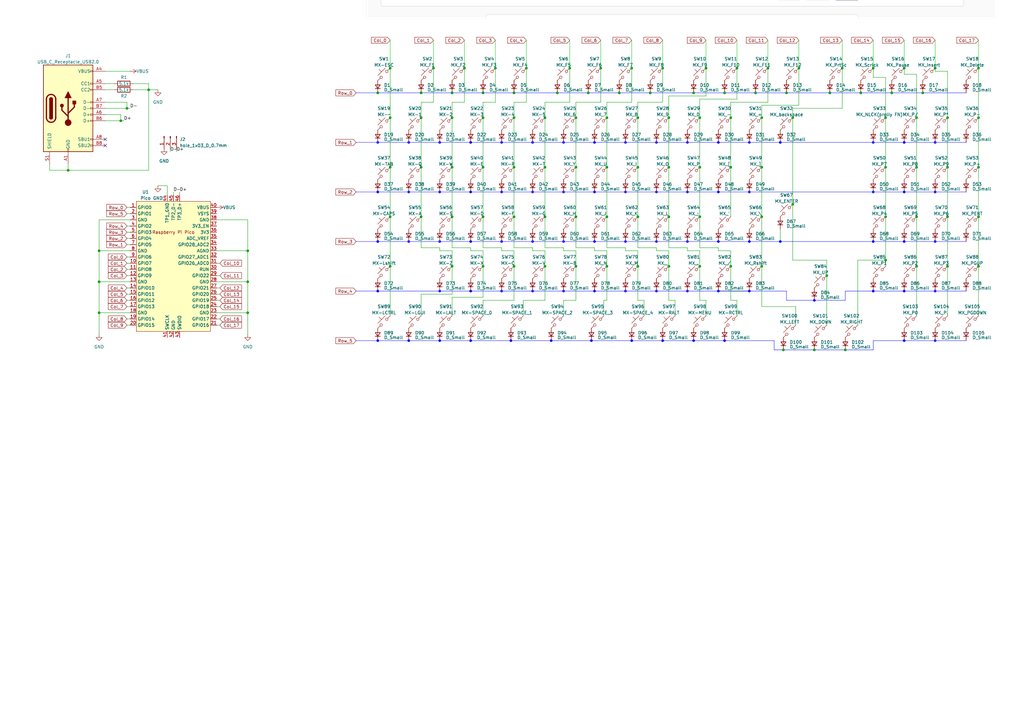
<source format=kicad_sch>
(kicad_sch (version 20230121) (generator eeschema)
  (paper "A3")
  (title_block (title "Keeb X3") (company "Wanesty"))
  (junction (at 223.52 48.26))
  (junction (at 297.18 139.7) (color 0 0 255 1))
  (junction (at 370.84 139.7) (color 0 0 255 1))
  (junction (at 160.02 88.9))
  (junction (at 321.31 143.51))
  (junction (at 193.04 58.42) (color 0 0 194 1))
  (junction (at 261.62 88.9))
  (junction (at 358.14 119.38) (color 0 0 255 1))
  (junction (at 284.48 139.7) (color 0 0 255 1))
  (junction (at 302.26 27.94))
  (junction (at 312.42 109.22))
  (junction (at 320.04 58.42) (color 0 0 255 1))
  (junction (at 388.62 48.26))
  (junction (at 261.62 68.58))
  (junction (at 294.64 99.06) (color 0 0 255 1))
  (junction (at 353.06 38.1))
  (junction (at 180.34 139.7) (color 0 0 255 1))
  (junction (at 228.6 38.1))
  (junction (at 180.34 119.38) (color 20 16 255 1))
  (junction (at 281.94 78.74) (color 20 16 255 1))
  (junction (at 236.22 109.22))
  (junction (at 177.8 27.94))
  (junction (at 40.64 102.87))
  (junction (at 198.12 38.1))
  (junction (at 236.22 88.9))
  (junction (at 236.22 48.26))
  (junction (at 358.14 58.42) (color 20 16 255 1))
  (junction (at 218.44 78.74) (color 20 16 255 1))
  (junction (at 363.22 88.9))
  (junction (at 261.62 109.22))
  (junction (at 198.12 109.22))
  (junction (at 185.42 68.58))
  (junction (at 284.48 38.1))
  (junction (at 167.64 99.06) (color 20 16 255 1))
  (junction (at 401.32 109.22))
  (junction (at 388.62 68.58))
  (junction (at 193.04 78.74) (color 0 0 194 1))
  (junction (at 325.12 83.82))
  (junction (at 261.62 48.26))
  (junction (at 383.54 27.94))
  (junction (at 185.42 109.22))
  (junction (at 401.32 68.58))
  (junction (at 167.64 58.42) (color 20 16 255 1))
  (junction (at 210.82 68.58))
  (junction (at 242.57 139.7) (color 0 0 255 1))
  (junction (at 287.02 48.26))
  (junction (at 101.6 102.87))
  (junction (at 289.56 27.94))
  (junction (at 210.82 48.26))
  (junction (at 274.32 48.26))
  (junction (at 27.94 69.85))
  (junction (at 370.84 58.42) (color 0 0 255 1))
  (junction (at 274.32 68.58))
  (junction (at 172.72 38.1))
  (junction (at 307.34 99.06) (color 0 0 255 1))
  (junction (at 307.34 78.74) (color 20 16 255 1))
  (junction (at 334.01 143.51))
  (junction (at 294.64 119.38) (color 0 0 255 1))
  (junction (at 167.64 78.74) (color 20 16 255 1))
  (junction (at 190.5 27.94))
  (junction (at 388.62 88.9))
  (junction (at 340.36 38.1))
  (junction (at 172.72 48.26))
  (junction (at 193.04 119.38) (color 0 0 194 1))
  (junction (at 248.92 48.26))
  (junction (at 160.02 109.22))
  (junction (at 256.54 58.42) (color 20 16 255 1))
  (junction (at 243.84 99.06) (color 0 0 255 1))
  (junction (at 287.02 88.9))
  (junction (at 223.52 109.22))
  (junction (at 346.71 143.51))
  (junction (at 154.94 38.1))
  (junction (at 358.14 27.94))
  (junction (at 180.34 78.74) (color 20 16 255 1))
  (junction (at 294.64 78.74) (color 0 0 255 1))
  (junction (at 299.72 109.22))
  (junction (at 363.22 68.58))
  (junction (at 383.54 119.38) (color 20 16 255 1))
  (junction (at 101.6 115.57))
  (junction (at 256.54 78.74) (color 20 16 255 1))
  (junction (at 205.74 78.74) (color 20 16 255 1))
  (junction (at 274.32 88.9))
  (junction (at 198.12 48.26))
  (junction (at 180.34 99.06) (color 20 16 255 1))
  (junction (at 383.54 139.7) (color 20 16 255 1))
  (junction (at 210.82 109.22))
  (junction (at 233.68 27.94))
  (junction (at 259.08 139.7) (color 0 0 255 1))
  (junction (at 375.92 68.58))
  (junction (at 160.02 68.58))
  (junction (at 281.94 119.38) (color 20 16 255 1))
  (junction (at 49.53 49.53))
  (junction (at 334.01 123.19) (color 0 0 255 1))
  (junction (at 266.7 38.1))
  (junction (at 40.64 128.27))
  (junction (at 312.42 88.9))
  (junction (at 185.42 48.26))
  (junction (at 363.22 48.26))
  (junction (at 383.54 58.42) (color 20 16 255 1))
  (junction (at 309.88 38.1))
  (junction (at 218.44 58.42) (color 20 16 255 1))
  (junction (at 243.84 78.74) (color 0 0 255 1))
  (junction (at 401.32 27.94))
  (junction (at 370.84 78.74) (color 0 0 255 1))
  (junction (at 365.76 38.1))
  (junction (at 205.74 119.38) (color 20 16 255 1))
  (junction (at 223.52 88.9))
  (junction (at 248.92 109.22))
  (junction (at 236.22 68.58))
  (junction (at 320.04 99.06) (color 0 0 255 1))
  (junction (at 269.24 78.74) (color 20 16 255 1))
  (junction (at 203.2 27.94))
  (junction (at 185.42 88.9))
  (junction (at 167.64 139.7) (color 0 0 255 1))
  (junction (at 210.82 88.9))
  (junction (at 307.34 119.38) (color 0 0 255 1))
  (junction (at 375.92 88.9))
  (junction (at 375.92 109.22))
  (junction (at 259.08 27.94))
  (junction (at 281.94 58.42) (color 20 16 255 1))
  (junction (at 185.42 38.1))
  (junction (at 172.72 88.9))
  (junction (at 388.62 109.22))
  (junction (at 154.94 58.42) (color 20 16 255 1))
  (junction (at 254 38.1))
  (junction (at 325.12 48.26))
  (junction (at 248.92 68.58))
  (junction (at 322.58 38.1))
  (junction (at 327.66 27.94))
  (junction (at 294.64 58.42) (color 0 0 255 1))
  (junction (at 205.74 99.06) (color 20 16 255 1))
  (junction (at 312.42 48.26))
  (junction (at 160.02 27.94))
  (junction (at 241.3 38.1))
  (junction (at 358.14 78.74) (color 20 16 255 1))
  (junction (at 198.12 68.58))
  (junction (at 345.44 27.94))
  (junction (at 101.6 128.27))
  (junction (at 198.12 88.9))
  (junction (at 358.14 99.06) (color 0 0 255 1))
  (junction (at 52.07 44.45))
  (junction (at 401.32 48.26))
  (junction (at 383.54 99.06) (color 20 16 255 1))
  (junction (at 363.22 106.68))
  (junction (at 160.02 48.26))
  (junction (at 154.94 99.06) (color 0 0 255 1))
  (junction (at 193.04 99.06) (color 0 0 194 1))
  (junction (at 193.04 139.7) (color 0 0 255 1))
  (junction (at 370.84 119.38) (color 0 0 255 1))
  (junction (at 172.72 68.58))
  (junction (at 299.72 48.26))
  (junction (at 269.24 99.06) (color 20 16 255 1))
  (junction (at 246.38 27.94))
  (junction (at 281.94 99.06) (color 20 16 255 1))
  (junction (at 307.34 58.42) (color 20 16 255 1))
  (junction (at 223.52 68.58))
  (junction (at 256.54 119.38) (color 20 16 255 1))
  (junction (at 231.14 99.06) (color 20 16 255 1))
  (junction (at 256.54 99.06) (color 20 16 255 1))
  (junction (at 312.42 68.58))
  (junction (at 40.64 115.57))
  (junction (at 378.46 38.1))
  (junction (at 287.02 68.58))
  (junction (at 383.54 78.74) (color 20 16 255 1))
  (junction (at 215.9 27.94))
  (junction (at 243.84 119.38) (color 0 0 255 1))
  (junction (at 218.44 119.38) (color 20 16 255 1))
  (junction (at 226.06 139.7) (color 0 0 255 1))
  (junction (at 231.14 78.74) (color 20 16 255 1))
  (junction (at 375.92 48.26))
  (junction (at 370.84 99.06) (color 0 0 255 1))
  (junction (at 154.94 78.74) (color 0 0 255 1))
  (junction (at 218.44 99.06) (color 20 16 255 1))
  (junction (at 271.78 139.7) (color 0 0 255 1))
  (junction (at 60.96 36.83))
  (junction (at 154.94 119.38) (color 0 0 255 1))
  (junction (at 314.96 27.94))
  (junction (at 248.92 88.9))
  (junction (at 205.74 58.42) (color 20 16 255 1))
  (junction (at 274.32 109.22))
  (junction (at 370.84 27.94))
  (junction (at 180.34 58.42) (color 20 16 255 1))
  (junction (at 209.55 139.7) (color 0 0 255 1))
  (junction (at 231.14 58.42) (color 20 16 255 1))
  (junction (at 269.24 58.42) (color 20 16 255 1))
  (junction (at 339.09 113.03))
  (junction (at 154.94 139.7) (color 0 0 255 1))
  (junction (at 210.82 38.1))
  (junction (at 271.78 27.94))
  (junction (at 269.24 119.38) (color 20 16 255 1))
  (junction (at 297.18 38.1))
  (junction (at 231.14 119.38) (color 20 16 255 1))
  (junction (at 401.32 88.9))
  (junction (at 287.02 109.22))
  (junction (at 299.72 68.58))
  (junction (at 243.84 58.42) (color 0 0 255 1))
  (no_connect (at 43.18 57.15))
  (no_connect (at 43.18 59.69))
  (wire (pts (xy 358.14 99.06) (xy 370.84 99.06)) (stroke (width 0) (color 0 0 255 1)))
  (wire (pts (xy 210.82 38.1) (xy 228.6 38.1)) (stroke (width 0) (color 0 0 255 1)))
  (wire (pts (xy 274.32 123.19) (xy 274.32 109.22)))
  (wire (pts (xy 228.6 38.1) (xy 241.3 38.1)) (stroke (width 0) (color 0 0 255 1)))
  (wire (pts (xy 40.64 102.87) (xy 53.34 102.87)))
  (wire (pts (xy 325.12 44.45) (xy 345.44 44.45)))
  (wire (pts (xy 370.84 78.74) (xy 383.54 78.74)) (stroke (width 0) (color 0 0 255 1)))
  (wire (pts (xy 289.56 39.37) (xy 289.56 27.94)))
  (wire (pts (xy 88.9 90.17) (xy 101.6 90.17)))
  (wire (pts (xy 167.64 78.74) (xy 180.34 78.74)) (stroke (width 0) (color 0 0 255 1)))
  (wire (pts (xy 317.5 139.7) (xy 317.5 143.51)) (stroke (width 0) (color 0 0 255 1)))
  (wire (pts (xy 40.64 115.57) (xy 40.64 128.27)))
  (wire (pts (xy 180.34 78.74) (xy 193.04 78.74)) (stroke (width 0) (color 0 0 255 1)))
  (wire (pts (xy 198.12 109.22) (xy 198.12 121.92)))
  (wire (pts (xy 259.08 41.91) (xy 259.08 27.94)))
  (wire (pts (xy 365.76 38.1) (xy 378.46 38.1)) (stroke (width 0) (color 0 0 255 1)))
  (wire (pts (xy 294.64 119.38) (xy 307.34 119.38)) (stroke (width 0) (color 0 0 255 1)))
  (wire (pts (xy 307.34 78.74) (xy 358.14 78.74)) (stroke (width 0) (color 0 0 255 1)))
  (wire (pts (xy 247.65 129.54) (xy 247.65 123.19)))
  (wire (pts (xy 358.14 139.7) (xy 358.14 143.51)) (stroke (width 0) (color 0 0 255 1)))
  (wire (pts (xy 210.82 101.6) (xy 218.44 101.6)))
  (wire (pts (xy 185.42 41.91) (xy 190.5 41.91)))
  (wire (pts (xy 317.5 143.51) (xy 321.31 143.51)) (stroke (width 0) (color 0 0 255 1)))
  (wire (pts (xy 231.14 119.38) (xy 218.44 119.38)) (stroke (width 0) (color 0 0 255 1)))
  (wire (pts (xy 248.92 101.6) (xy 256.54 101.6)))
  (wire (pts (xy 52.07 85.09) (xy 53.34 85.09)))
  (wire (pts (xy 52.07 133.35) (xy 53.34 133.35)))
  (wire (pts (xy 54.61 34.29) (xy 60.96 34.29)))
  (wire (pts (xy 370.84 27.94) (xy 370.84 30.48)))
  (wire (pts (xy 101.6 90.17) (xy 101.6 102.87)))
  (wire (pts (xy 198.12 41.91) (xy 203.2 41.91)))
  (wire (pts (xy 297.18 139.7) (xy 317.5 139.7)) (stroke (width 0) (color 0 0 255 1)))
  (wire (pts (xy 49.53 49.53) (xy 50.8 49.53)))
  (wire (pts (xy 309.88 38.1) (xy 322.58 38.1)) (stroke (width 0) (color 0 0 255 1)))
  (wire (pts (xy 53.34 90.17) (xy 40.64 90.17)))
  (wire (pts (xy 358.14 27.94) (xy 358.14 31.75)))
  (wire (pts (xy 88.9 130.81) (xy 90.17 130.81)))
  (wire (pts (xy 370.84 119.38) (xy 383.54 119.38)) (stroke (width 0) (color 0 0 255 1)))
  (wire (pts (xy 259.08 139.7) (xy 271.78 139.7)) (stroke (width 0) (color 0 0 255 1)))
  (wire (pts (xy 223.52 123.19) (xy 223.52 109.22)))
  (wire (pts (xy 375.92 48.26) (xy 375.92 68.58)))
  (wire (pts (xy 198.12 102.87) (xy 198.12 109.22)))
  (wire (pts (xy 325.12 48.26) (xy 325.12 44.45)))
  (wire (pts (xy 370.84 99.06) (xy 383.54 99.06)) (stroke (width 0) (color 0 0 255 1)))
  (wire (pts (xy 43.18 44.45) (xy 52.07 44.45)))
  (wire (pts (xy 223.52 101.6) (xy 231.14 101.6)))
  (wire (pts (xy 185.42 48.26) (xy 185.42 68.58)))
  (wire (pts (xy 193.04 119.38) (xy 180.34 119.38)) (stroke (width 0) (color 0 0 255 1)))
  (wire (pts (xy 299.72 41.91) (xy 314.96 41.91)))
  (wire (pts (xy 172.72 120.65) (xy 185.42 120.65)))
  (wire (pts (xy 299.72 48.26) (xy 299.72 41.91)))
  (wire (pts (xy 190.5 41.91) (xy 190.5 27.94)))
  (wire (pts (xy 247.65 123.19) (xy 248.92 123.19)))
  (wire (pts (xy 287.02 102.87) (xy 287.02 109.22)))
  (wire (pts (xy 281.94 101.6) (xy 281.94 102.87)))
  (wire (pts (xy 388.62 29.21) (xy 388.62 48.26)))
  (wire (pts (xy 274.32 68.58) (xy 274.32 88.9)))
  (wire (pts (xy 299.72 102.87) (xy 299.72 109.22)))
  (wire (pts (xy 312.42 68.58) (xy 312.42 88.9)))
  (wire (pts (xy 214.63 123.19) (xy 214.63 129.54)))
  (wire (pts (xy 261.62 102.87) (xy 261.62 109.22)))
  (wire (pts (xy 401.32 16.51) (xy 401.32 27.94)) (stroke (width 0) (color 0 194 0 1)))
  (wire (pts (xy 236.22 68.58) (xy 236.22 88.9)))
  (wire (pts (xy 287.02 123.19) (xy 287.02 109.22)))
  (wire (pts (xy 185.42 101.6) (xy 193.04 101.6)))
  (wire (pts (xy 358.14 58.42) (xy 370.84 58.42)) (stroke (width 0) (color 0 0 255 1)))
  (wire (pts (xy 172.72 129.54) (xy 172.72 120.65)))
  (wire (pts (xy 346.71 123.19) (xy 346.71 119.38)) (stroke (width 0) (color 0 0 255 1)))
  (wire (pts (xy 236.22 102.87) (xy 236.22 109.22)))
  (wire (pts (xy 281.94 99.06) (xy 294.64 99.06)) (stroke (width 0) (color 0 0 255 1)))
  (wire (pts (xy 297.18 38.1) (xy 309.88 38.1)) (stroke (width 0) (color 0 0 255 1)))
  (wire (pts (xy 43.18 49.53) (xy 49.53 49.53)))
  (wire (pts (xy 261.62 88.9) (xy 261.62 101.6)))
  (wire (pts (xy 231.14 78.74) (xy 243.84 78.74)) (stroke (width 0) (color 0 0 255 1)))
  (wire (pts (xy 294.64 102.87) (xy 299.72 102.87)))
  (wire (pts (xy 287.02 88.9) (xy 287.02 101.6)))
  (wire (pts (xy 261.62 68.58) (xy 261.62 88.9)))
  (wire (pts (xy 167.64 58.42) (xy 180.34 58.42)) (stroke (width 0) (color 0 0 255 1)))
  (wire (pts (xy 327.66 43.18) (xy 327.66 27.94)))
  (wire (pts (xy 269.24 101.6) (xy 269.24 102.87)))
  (wire (pts (xy 226.06 139.7) (xy 242.57 139.7)) (stroke (width 0) (color 0 0 255 1)))
  (wire (pts (xy 198.12 68.58) (xy 198.12 88.9)))
  (wire (pts (xy 101.6 115.57) (xy 88.9 115.57)))
  (wire (pts (xy 27.94 69.85) (xy 60.96 69.85)))
  (wire (pts (xy 289.56 27.94) (xy 289.56 26.67)))
  (wire (pts (xy 64.77 36.83) (xy 60.96 36.83)))
  (wire (pts (xy 231.14 99.06) (xy 243.84 99.06)) (stroke (width 0) (color 0 0 255 1)))
  (wire (pts (xy 210.82 48.26) (xy 210.82 68.58)))
  (wire (pts (xy 88.9 123.19) (xy 90.17 123.19)))
  (wire (pts (xy 274.32 48.26) (xy 274.32 39.37)))
  (wire (pts (xy 198.12 123.19) (xy 210.82 123.19)))
  (wire (pts (xy 312.42 48.26) (xy 312.42 68.58)))
  (wire (pts (xy 264.16 129.54) (xy 264.16 123.19)))
  (wire (pts (xy 20.32 69.85) (xy 20.32 67.31)))
  (wire (pts (xy 43.18 41.91) (xy 52.07 41.91)))
  (wire (pts (xy 281.94 119.38) (xy 294.64 119.38)) (stroke (width 0) (color 0 0 255 1)))
  (wire (pts (xy 205.74 102.87) (xy 210.82 102.87)))
  (wire (pts (xy 193.04 99.06) (xy 205.74 99.06)) (stroke (width 0) (color 0 0 255 1)))
  (wire (pts (xy 88.9 118.11) (xy 90.17 118.11)))
  (wire (pts (xy 346.71 143.51) (xy 358.14 143.51)) (stroke (width 0) (color 0 0 255 1)))
  (wire (pts (xy 248.92 68.58) (xy 248.92 88.9)))
  (wire (pts (xy 287.02 48.26) (xy 287.02 68.58)))
  (wire (pts (xy 52.07 87.63) (xy 53.34 87.63)))
  (wire (pts (xy 269.24 119.38) (xy 281.94 119.38)) (stroke (width 0) (color 0 0 255 1)))
  (wire (pts (xy 261.62 48.26) (xy 261.62 68.58)))
  (wire (pts (xy 68.58 80.01) (xy 68.58 76.2)))
  (wire (pts (xy 218.44 119.38) (xy 205.74 119.38)) (stroke (width 0) (color 0 0 255 1)))
  (wire (pts (xy 289.56 16.51) (xy 289.56 27.94)) (stroke (width 0) (color 0 194 0 1)))
  (wire (pts (xy 256.54 78.74) (xy 269.24 78.74)) (stroke (width 0) (color 0 0 255 1)))
  (wire (pts (xy 198.12 38.1) (xy 210.82 38.1)) (stroke (width 0) (color 0 0 255 1)))
  (wire (pts (xy 345.44 16.51) (xy 345.44 27.94)) (stroke (width 0) (color 0 194 0 1)))
  (wire (pts (xy 339.09 113.03) (xy 339.09 133.35)))
  (wire (pts (xy 160.02 109.22) (xy 160.02 129.54)))
  (wire (pts (xy 233.68 16.51) (xy 233.68 27.94)) (stroke (width 0) (color 0 194 0 1)))
  (wire (pts (xy 60.96 36.83) (xy 60.96 69.85)))
  (wire (pts (xy 146.05 58.42) (xy 154.94 58.42)) (stroke (width 0) (color 20 16 255 1)))
  (wire (pts (xy 312.42 125.73) (xy 326.39 125.73)))
  (wire (pts (xy 218.44 102.87) (xy 223.52 102.87)))
  (wire (pts (xy 218.44 99.06) (xy 231.14 99.06)) (stroke (width 0) (color 0 0 255 1)))
  (wire (pts (xy 231.14 101.6) (xy 231.14 102.87)))
  (wire (pts (xy 243.84 78.74) (xy 256.54 78.74)) (stroke (width 0) (color 0 0 255 1)))
  (wire (pts (xy 281.94 78.74) (xy 294.64 78.74)) (stroke (width 0) (color 0 0 255 1)))
  (wire (pts (xy 210.82 48.26) (xy 210.82 41.91)))
  (wire (pts (xy 294.64 78.74) (xy 307.34 78.74)) (stroke (width 0) (color 0 0 255 1)))
  (wire (pts (xy 256.54 102.87) (xy 261.62 102.87)))
  (wire (pts (xy 210.82 109.22) (xy 210.82 123.19)))
  (wire (pts (xy 52.07 118.11) (xy 53.34 118.11)))
  (wire (pts (xy 312.42 48.26) (xy 312.42 43.18)))
  (wire (pts (xy 256.54 99.06) (xy 269.24 99.06)) (stroke (width 0) (color 0 0 255 1)))
  (wire (pts (xy 363.22 68.58) (xy 363.22 88.9)))
  (wire (pts (xy 198.12 48.26) (xy 198.12 68.58)))
  (wire (pts (xy 248.92 88.9) (xy 248.92 101.6)))
  (wire (pts (xy 236.22 123.19) (xy 236.22 109.22)))
  (wire (pts (xy 27.94 67.31) (xy 27.94 69.85)))
  (wire (pts (xy 154.94 78.74) (xy 167.64 78.74)) (stroke (width 0) (color 0 0 255 1)))
  (wire (pts (xy 43.18 46.99) (xy 49.53 46.99)))
  (wire (pts (xy 73.66 78.74) (xy 73.66 80.01)))
  (wire (pts (xy 302.26 16.51) (xy 302.26 27.94)) (stroke (width 0) (color 0 194 0 1)))
  (wire (pts (xy 383.54 58.42) (xy 396.24 58.42)) (stroke (width 0) (color 0 0 255 1)))
  (wire (pts (xy 210.82 88.9) (xy 210.82 101.6)))
  (wire (pts (xy 274.32 101.6) (xy 281.94 101.6)))
  (wire (pts (xy 289.56 129.54) (xy 289.56 123.19)))
  (wire (pts (xy 52.07 107.95) (xy 53.34 107.95)))
  (wire (pts (xy 271.78 41.91) (xy 271.78 27.94)))
  (wire (pts (xy 312.42 43.18) (xy 327.66 43.18)))
  (wire (pts (xy 248.92 48.26) (xy 248.92 41.91)))
  (wire (pts (xy 172.72 38.1) (xy 185.42 38.1)) (stroke (width 0) (color 0 0 255 1)))
  (wire (pts (xy 312.42 109.22) (xy 312.42 125.73)))
  (wire (pts (xy 88.9 120.65) (xy 90.17 120.65)))
  (wire (pts (xy 388.62 109.22) (xy 388.62 129.54)))
  (wire (pts (xy 388.62 68.58) (xy 388.62 88.9)))
  (wire (pts (xy 185.42 109.22) (xy 185.42 120.65)))
  (wire (pts (xy 241.3 38.1) (xy 254 38.1)) (stroke (width 0) (color 0 0 255 1)))
  (wire (pts (xy 40.64 102.87) (xy 40.64 115.57)))
  (wire (pts (xy 322.58 38.1) (xy 340.36 38.1)) (stroke (width 0) (color 0 0 255 1)))
  (wire (pts (xy 274.32 39.37) (xy 289.56 39.37)))
  (wire (pts (xy 160.02 27.94) (xy 160.02 48.26)))
  (wire (pts (xy 363.22 48.26) (xy 363.22 68.58)))
  (wire (pts (xy 146.05 99.06) (xy 154.94 99.06)) (stroke (width 0) (color 20 16 255 1)))
  (wire (pts (xy 185.42 38.1) (xy 198.12 38.1)) (stroke (width 0) (color 0 0 255 1)))
  (wire (pts (xy 307.34 119.38) (xy 322.58 119.38)) (stroke (width 0) (color 0 0 255 1)))
  (wire (pts (xy 327.66 16.51) (xy 327.66 27.94)) (stroke (width 0) (color 0 194 0 1)))
  (wire (pts (xy 271.78 16.51) (xy 271.78 27.94)) (stroke (width 0) (color 0 194 0 1)))
  (wire (pts (xy 401.32 48.26) (xy 401.32 68.58)))
  (wire (pts (xy 88.9 107.95) (xy 90.17 107.95)))
  (wire (pts (xy 54.61 36.83) (xy 60.96 36.83)))
  (wire (pts (xy 287.02 40.64) (xy 302.26 40.64)))
  (wire (pts (xy 52.07 120.65) (xy 53.34 120.65)))
  (wire (pts (xy 49.53 46.99) (xy 49.53 49.53)))
  (wire (pts (xy 370.84 16.51) (xy 370.84 27.94)) (stroke (width 0) (color 0 194 0 1)))
  (wire (pts (xy 52.07 95.25) (xy 53.34 95.25)))
  (wire (pts (xy 322.58 123.19) (xy 334.01 123.19)) (stroke (width 0) (color 0 0 255 1)))
  (wire (pts (xy 284.48 139.7) (xy 297.18 139.7)) (stroke (width 0) (color 0 0 255 1)))
  (wire (pts (xy 185.42 68.58) (xy 185.42 88.9)))
  (wire (pts (xy 72.39 60.96) (xy 72.39 62.23)))
  (wire (pts (xy 261.62 48.26) (xy 261.62 41.91)))
  (wire (pts (xy 231.14 58.42) (xy 243.84 58.42)) (stroke (width 0) (color 0 0 255 1)))
  (wire (pts (xy 233.68 27.94) (xy 233.68 41.91)))
  (wire (pts (xy 52.07 125.73) (xy 53.34 125.73)))
  (wire (pts (xy 353.06 38.1) (xy 365.76 38.1)) (stroke (width 0) (color 0 0 255 1)))
  (wire (pts (xy 351.79 106.68) (xy 363.22 106.68)))
  (wire (pts (xy 160.02 88.9) (xy 160.02 109.22)))
  (wire (pts (xy 401.32 68.58) (xy 401.32 88.9)))
  (wire (pts (xy 248.92 48.26) (xy 248.92 68.58)))
  (wire (pts (xy 307.34 58.42) (xy 320.04 58.42)) (stroke (width 0) (color 0 0 255 1)))
  (wire (pts (xy 218.44 58.42) (xy 231.14 58.42)) (stroke (width 0) (color 0 0 255 1)))
  (wire (pts (xy 180.34 102.87) (xy 185.42 102.87)))
  (wire (pts (xy 146.05 119.38) (xy 154.94 119.38)) (stroke (width 0) (color 20 16 255 1)))
  (wire (pts (xy 101.6 102.87) (xy 101.6 115.57)))
  (wire (pts (xy 320.04 58.42) (xy 358.14 58.42)) (stroke (width 0) (color 0 0 255 1)))
  (wire (pts (xy 294.64 99.06) (xy 307.34 99.06)) (stroke (width 0) (color 0 0 255 1)))
  (wire (pts (xy 172.72 68.58) (xy 172.72 88.9)))
  (wire (pts (xy 370.84 30.48) (xy 375.92 30.48)))
  (wire (pts (xy 289.56 123.19) (xy 287.02 123.19)))
  (wire (pts (xy 146.05 139.7) (xy 154.94 139.7)) (stroke (width 0) (color 20 16 255 1)))
  (wire (pts (xy 218.44 78.74) (xy 231.14 78.74)) (stroke (width 0) (color 0 0 255 1)))
  (wire (pts (xy 274.32 102.87) (xy 274.32 109.22)))
  (wire (pts (xy 205.74 78.74) (xy 218.44 78.74)) (stroke (width 0) (color 0 0 255 1)))
  (wire (pts (xy 302.26 123.19) (xy 299.72 123.19)))
  (wire (pts (xy 339.09 106.68) (xy 339.09 113.03)))
  (wire (pts (xy 172.72 88.9) (xy 172.72 101.6)))
  (wire (pts (xy 320.04 99.06) (xy 358.14 99.06)) (stroke (width 0) (color 0 0 255 1)))
  (wire (pts (xy 320.04 93.98) (xy 320.04 99.06)))
  (wire (pts (xy 302.26 129.54) (xy 302.26 123.19)))
  (wire (pts (xy 269.24 58.42) (xy 281.94 58.42)) (stroke (width 0) (color 0 0 255 1)))
  (wire (pts (xy 88.9 133.35) (xy 90.17 133.35)))
  (wire (pts (xy 274.32 88.9) (xy 274.32 101.6)))
  (wire (pts (xy 383.54 139.7) (xy 396.24 139.7)) (stroke (width 0) (color 0 0 255 1)))
  (wire (pts (xy 243.84 58.42) (xy 256.54 58.42)) (stroke (width 0) (color 0 0 255 1)))
  (wire (pts (xy 172.72 48.26) (xy 172.72 41.91)))
  (wire (pts (xy 146.05 38.1) (xy 154.94 38.1)) (stroke (width 0) (color 20 16 255 1)))
  (wire (pts (xy 198.12 88.9) (xy 198.12 101.6)))
  (wire (pts (xy 358.14 119.38) (xy 370.84 119.38)) (stroke (width 0) (color 0 0 255 1)))
  (wire (pts (xy 231.14 123.19) (xy 236.22 123.19)))
  (wire (pts (xy 325.12 106.68) (xy 339.09 106.68)))
  (wire (pts (xy 180.34 101.6) (xy 180.34 102.87)))
  (wire (pts (xy 172.72 48.26) (xy 172.72 68.58)))
  (wire (pts (xy 68.58 76.2) (xy 64.77 76.2)))
  (wire (pts (xy 180.34 139.7) (xy 193.04 139.7)) (stroke (width 0) (color 0 0 255 1)))
  (wire (pts (xy 287.02 68.58) (xy 287.02 88.9)))
  (wire (pts (xy 363.22 31.75) (xy 363.22 48.26)))
  (wire (pts (xy 236.22 41.91) (xy 246.38 41.91)))
  (wire (pts (xy 388.62 88.9) (xy 388.62 109.22)))
  (wire (pts (xy 325.12 83.82) (xy 325.12 106.68)))
  (wire (pts (xy 52.07 105.41) (xy 53.34 105.41)))
  (wire (pts (xy 210.82 102.87) (xy 210.82 109.22)))
  (wire (pts (xy 363.22 88.9) (xy 363.22 106.68)))
  (wire (pts (xy 294.64 58.42) (xy 307.34 58.42)) (stroke (width 0) (color 0 0 255 1)))
  (wire (pts (xy 248.92 41.91) (xy 259.08 41.91)))
  (wire (pts (xy 223.52 48.26) (xy 223.52 41.91)))
  (wire (pts (xy 358.14 31.75) (xy 363.22 31.75)))
  (wire (pts (xy 185.42 48.26) (xy 185.42 41.91)))
  (wire (pts (xy 101.6 128.27) (xy 101.6 137.16)))
  (wire (pts (xy 307.34 119.38) (xy 294.64 119.38)))
  (wire (pts (xy 312.42 88.9) (xy 312.42 109.22)))
  (wire (pts (xy 203.2 16.51) (xy 203.2 27.94)) (stroke (width 0) (color 0 194 0 1)))
  (wire (pts (xy 346.71 119.38) (xy 358.14 119.38)) (stroke (width 0) (color 0 0 255 1)))
  (wire (pts (xy 269.24 119.38) (xy 256.54 119.38)) (stroke (width 0) (color 0 0 255 1)))
  (wire (pts (xy 261.62 101.6) (xy 269.24 101.6)))
  (wire (pts (xy 223.52 48.26) (xy 223.52 68.58)))
  (wire (pts (xy 231.14 129.54) (xy 231.14 123.19)))
  (wire (pts (xy 88.9 128.27) (xy 101.6 128.27)))
  (wire (pts (xy 185.42 102.87) (xy 185.42 109.22)))
  (wire (pts (xy 299.72 123.19) (xy 299.72 109.22)))
  (wire (pts (xy 378.46 38.1) (xy 396.24 38.1)) (stroke (width 0) (color 0 0 255 1)))
  (wire (pts (xy 210.82 68.58) (xy 210.82 88.9)))
  (wire (pts (xy 256.54 58.42) (xy 269.24 58.42)) (stroke (width 0) (color 0 0 255 1)))
  (wire (pts (xy 375.92 88.9) (xy 375.92 109.22)))
  (wire (pts (xy 243.84 102.87) (xy 248.92 102.87)))
  (wire (pts (xy 231.14 102.87) (xy 236.22 102.87)))
  (wire (pts (xy 190.5 16.51) (xy 190.5 27.94)) (stroke (width 0) (color 0 194 0 1)))
  (wire (pts (xy 205.74 58.42) (xy 218.44 58.42)) (stroke (width 0) (color 0 0 255 1)))
  (wire (pts (xy 383.54 99.06) (xy 396.24 99.06)) (stroke (width 0) (color 0 0 255 1)))
  (wire (pts (xy 160.02 68.58) (xy 160.02 88.9)))
  (wire (pts (xy 236.22 48.26) (xy 236.22 41.91)))
  (wire (pts (xy 236.22 88.9) (xy 236.22 101.6)))
  (wire (pts (xy 40.64 90.17) (xy 40.64 102.87)))
  (wire (pts (xy 88.9 125.73) (xy 90.17 125.73)))
  (wire (pts (xy 383.54 16.51) (xy 383.54 27.94)) (stroke (width 0) (color 0 194 0 1)))
  (wire (pts (xy 256.54 101.6) (xy 256.54 102.87)))
  (wire (pts (xy 52.07 110.49) (xy 53.34 110.49)))
  (wire (pts (xy 52.07 113.03) (xy 53.34 113.03)))
  (wire (pts (xy 254 38.1) (xy 266.7 38.1)) (stroke (width 0) (color 0 0 255 1)))
  (wire (pts (xy 401.32 88.9) (xy 401.32 109.22)))
  (wire (pts (xy 363.22 106.68) (xy 363.22 109.22)))
  (wire (pts (xy 375.92 30.48) (xy 375.92 48.26)))
  (wire (pts (xy 325.12 48.26) (xy 325.12 83.82)))
  (wire (pts (xy 53.34 128.27) (xy 40.64 128.27)))
  (wire (pts (xy 345.44 27.94) (xy 345.44 44.45)))
  (wire (pts (xy 154.94 38.1) (xy 172.72 38.1)) (stroke (width 0) (color 0 0 255 1)))
  (wire (pts (xy 314.96 41.91) (xy 314.96 27.94)))
  (wire (pts (xy 271.78 139.7) (xy 284.48 139.7)) (stroke (width 0) (color 0 0 255 1)))
  (wire (pts (xy 209.55 139.7) (xy 226.06 139.7)) (stroke (width 0) (color 0 0 255 1)))
  (wire (pts (xy 185.42 129.54) (xy 185.42 121.92)))
  (wire (pts (xy 198.12 48.26) (xy 198.12 41.91)))
  (wire (pts (xy 53.34 29.21) (xy 43.18 29.21)))
  (wire (pts (xy 223.52 102.87) (xy 223.52 109.22)))
  (wire (pts (xy 101.6 102.87) (xy 88.9 102.87)))
  (wire (pts (xy 223.52 88.9) (xy 223.52 101.6)))
  (wire (pts (xy 236.22 101.6) (xy 243.84 101.6)))
  (wire (pts (xy 172.72 101.6) (xy 180.34 101.6)))
  (wire (pts (xy 198.12 129.54) (xy 198.12 123.19)))
  (wire (pts (xy 215.9 41.91) (xy 215.9 27.94)))
  (wire (pts (xy 154.94 58.42) (xy 167.64 58.42)) (stroke (width 0) (color 0 0 255 1)))
  (wire (pts (xy 246.38 27.94) (xy 246.38 41.91)))
  (wire (pts (xy 307.34 99.06) (xy 320.04 99.06)) (stroke (width 0) (color 0 0 255 1)))
  (wire (pts (xy 266.7 38.1) (xy 284.48 38.1)) (stroke (width 0) (color 0 0 255 1)))
  (wire (pts (xy 223.52 41.91) (xy 233.68 41.91)))
  (wire (pts (xy 287.02 101.6) (xy 294.64 101.6)))
  (wire (pts (xy 180.34 99.06) (xy 193.04 99.06)) (stroke (width 0) (color 0 0 255 1)))
  (wire (pts (xy 205.74 99.06) (xy 218.44 99.06)) (stroke (width 0) (color 0 0 255 1)))
  (wire (pts (xy 52.07 130.81) (xy 53.34 130.81)))
  (wire (pts (xy 52.07 92.71) (xy 53.34 92.71)))
  (wire (pts (xy 223.52 68.58) (xy 223.52 88.9)))
  (wire (pts (xy 322.58 119.38) (xy 322.58 123.19)) (stroke (width 0) (color 0 0 255 1)))
  (wire (pts (xy 43.18 34.29) (xy 46.99 34.29)))
  (wire (pts (xy 264.16 123.19) (xy 261.62 123.19)))
  (wire (pts (xy 160.02 48.26) (xy 160.02 68.58)))
  (wire (pts (xy 383.54 27.94) (xy 383.54 29.21)))
  (wire (pts (xy 375.92 68.58) (xy 375.92 88.9)))
  (wire (pts (xy 248.92 102.87) (xy 248.92 109.22)))
  (wire (pts (xy 243.84 99.06) (xy 256.54 99.06)) (stroke (width 0) (color 0 0 255 1)))
  (wire (pts (xy 248.92 123.19) (xy 248.92 109.22)))
  (wire (pts (xy 88.9 113.03) (xy 90.17 113.03)))
  (wire (pts (xy 185.42 121.92) (xy 198.12 121.92)))
  (wire (pts (xy 205.74 101.6) (xy 205.74 102.87)))
  (wire (pts (xy 334.01 143.51) (xy 346.71 143.51)) (stroke (width 0) (color 0 0 255 1)))
  (wire (pts (xy 269.24 99.06) (xy 281.94 99.06)) (stroke (width 0) (color 0 0 255 1)))
  (wire (pts (xy 205.74 119.38) (xy 193.04 119.38)) (stroke (width 0) (color 0 0 255 1)))
  (wire (pts (xy 383.54 78.74) (xy 396.24 78.74)) (stroke (width 0) (color 0 0 255 1)))
  (wire (pts (xy 180.34 58.42) (xy 193.04 58.42)) (stroke (width 0) (color 0 0 255 1)))
  (wire (pts (xy 326.39 125.73) (xy 326.39 133.35)))
  (wire (pts (xy 314.96 16.51) (xy 314.96 27.94)) (stroke (width 0) (color 0 194 0 1)))
  (wire (pts (xy 388.62 48.26) (xy 388.62 68.58)))
  (wire (pts (xy 60.96 34.29) (xy 60.96 36.83)))
  (wire (pts (xy 177.8 41.91) (xy 177.8 27.94)))
  (wire (pts (xy 383.54 26.67) (xy 383.54 27.94)))
  (wire (pts (xy 167.64 139.7) (xy 180.34 139.7)) (stroke (width 0) (color 0 0 255 1)))
  (wire (pts (xy 203.2 41.91) (xy 203.2 27.94)))
  (wire (pts (xy 383.54 119.38) (xy 396.24 119.38)) (stroke (width 0) (color 0 0 255 1)))
  (wire (pts (xy 193.04 102.87) (xy 198.12 102.87)))
  (wire (pts (xy 214.63 123.19) (xy 223.52 123.19)))
  (wire (pts (xy 401.32 109.22) (xy 401.32 129.54)))
  (wire (pts (xy 358.14 78.74) (xy 370.84 78.74)) (stroke (width 0) (color 0 0 255 1)))
  (wire (pts (xy 358.14 16.51) (xy 358.14 27.94)) (stroke (width 0) (color 0 194 0 1)))
  (wire (pts (xy 198.12 101.6) (xy 205.74 101.6)))
  (wire (pts (xy 52.07 100.33) (xy 53.34 100.33)))
  (wire (pts (xy 246.38 16.51) (xy 246.38 27.94)) (stroke (width 0) (color 0 194 0 1)))
  (wire (pts (xy 69.85 60.96) (xy 69.85 62.23)))
  (wire (pts (xy 261.62 41.91) (xy 271.78 41.91)))
  (wire (pts (xy 52.07 44.45) (xy 53.34 44.45)))
  (wire (pts (xy 101.6 115.57) (xy 101.6 128.27)))
  (wire (pts (xy 274.32 48.26) (xy 274.32 68.58)))
  (wire (pts (xy 185.42 88.9) (xy 185.42 101.6)))
  (wire (pts (xy 269.24 78.74) (xy 281.94 78.74)) (stroke (width 0) (color 0 0 255 1)))
  (wire (pts (xy 231.14 119.38) (xy 243.84 119.38)) (stroke (width 0) (color 0 0 255 1)))
  (wire (pts (xy 269.24 102.87) (xy 274.32 102.87)))
  (wire (pts (xy 154.94 99.06) (xy 167.64 99.06)) (stroke (width 0) (color 0 0 255 1)))
  (wire (pts (xy 146.05 78.74) (xy 154.94 78.74)) (stroke (width 0) (color 20 16 255 1)))
  (wire (pts (xy 172.72 41.91) (xy 177.8 41.91)))
  (wire (pts (xy 236.22 48.26) (xy 236.22 68.58)))
  (wire (pts (xy 160.02 16.51) (xy 160.02 27.94)) (stroke (width 0) (color 0 194 0 1)))
  (wire (pts (xy 71.12 78.74) (xy 71.12 80.01)))
  (wire (pts (xy 334.01 123.19) (xy 346.71 123.19)) (stroke (width 0) (color 0 0 255 1)))
  (wire (pts (xy 193.04 78.74) (xy 205.74 78.74)) (stroke (width 0) (color 0 0 255 1)))
  (wire (pts (xy 281.94 58.42) (xy 294.64 58.42)) (stroke (width 0) (color 0 0 255 1)))
  (wire (pts (xy 375.92 109.22) (xy 375.92 129.54)))
  (wire (pts (xy 210.82 41.91) (xy 215.9 41.91)))
  (wire (pts (xy 52.07 97.79) (xy 53.34 97.79)))
  (wire (pts (xy 215.9 16.51) (xy 215.9 27.94)) (stroke (width 0) (color 0 194 0 1)))
  (wire (pts (xy 294.64 101.6) (xy 294.64 102.87)))
  (wire (pts (xy 167.64 99.06) (xy 180.34 99.06)) (stroke (width 0) (color 0 0 255 1)))
  (wire (pts (xy 299.72 48.26) (xy 299.72 68.58)))
  (wire (pts (xy 302.26 40.64) (xy 302.26 27.94)))
  (wire (pts (xy 261.62 109.22) (xy 261.62 123.19)))
  (wire (pts (xy 281.94 102.87) (xy 287.02 102.87)))
  (wire (pts (xy 218.44 101.6) (xy 218.44 102.87)))
  (wire (pts (xy 243.84 101.6) (xy 243.84 102.87)))
  (wire (pts (xy 43.18 36.83) (xy 46.99 36.83)))
  (wire (pts (xy 370.84 139.7) (xy 383.54 139.7)) (stroke (width 0) (color 0 0 255 1)))
  (wire (pts (xy 340.36 38.1) (xy 353.06 38.1)) (stroke (width 0) (color 0 0 255 1)))
  (wire (pts (xy 154.94 139.7) (xy 167.64 139.7)) (stroke (width 0) (color 0 0 255 1)))
  (wire (pts (xy 193.04 139.7) (xy 209.55 139.7)) (stroke (width 0) (color 0 0 255 1)))
  (wire (pts (xy 193.04 58.42) (xy 205.74 58.42)) (stroke (width 0) (color 0 0 255 1)))
  (wire (pts (xy 154.94 119.38) (xy 180.34 119.38)) (stroke (width 0) (color 0 0 255 1)))
  (wire (pts (xy 370.84 58.42) (xy 383.54 58.42)) (stroke (width 0) (color 0 0 255 1)))
  (wire (pts (xy 401.32 27.94) (xy 401.32 48.26)))
  (wire (pts (xy 40.64 115.57) (xy 53.34 115.57)))
  (wire (pts (xy 276.86 129.54) (xy 276.86 123.19)))
  (wire (pts (xy 351.79 133.35) (xy 351.79 106.68)))
  (wire (pts (xy 321.31 143.51) (xy 334.01 143.51)) (stroke (width 0) (color 0 0 255 1)))
  (wire (pts (xy 193.04 101.6) (xy 193.04 102.87)))
  (wire (pts (xy 284.48 38.1) (xy 297.18 38.1)) (stroke (width 0) (color 0 0 255 1)))
  (wire (pts (xy 256.54 119.38) (xy 243.84 119.38)) (stroke (width 0) (color 0 0 255 1)))
  (wire (pts (xy 287.02 48.26) (xy 287.02 40.64)))
  (wire (pts (xy 20.32 69.85) (xy 27.94 69.85)))
  (wire (pts (xy 177.8 16.51) (xy 177.8 27.94)) (stroke (width 0) (color 0 194 0 1)))
  (wire (pts (xy 40.64 128.27) (xy 40.64 137.16)))
  (wire (pts (xy 52.07 123.19) (xy 53.34 123.19)))
  (wire (pts (xy 299.72 68.58) (xy 299.72 88.9)))
  (wire (pts (xy 259.08 16.51) (xy 259.08 27.94)) (stroke (width 0) (color 0 194 0 1)))
  (wire (pts (xy 383.54 29.21) (xy 388.62 29.21)))
  (wire (pts (xy 276.86 123.19) (xy 274.32 123.19)))
  (wire (pts (xy 358.14 139.7) (xy 370.84 139.7)) (stroke (width 0) (color 0 0 255 1)))
  (wire (pts (xy 242.57 139.7) (xy 259.08 139.7)) (stroke (width 0) (color 0 0 255 1)))
  (wire (pts (xy 52.07 41.91) (xy 52.07 44.45)))
  (image (at 279.4288 -41.0582) (scale 2.35298))
  (label "D-" (at 69.85 62.23 0))
  (label "D+" (at 72.39 62.23 0))
  (label "D-" (at 71.12 78.74 0))
  (label "D-" (at 53.34 44.45 0))
  (label "D+" (at 73.66 78.74 0))
  (label "D+" (at 50.8 49.53 0))
  (global_label "Row_4" (shape input) (at 52.07 92.71 180) (property "Intersheetrefs" "${INTERSHEET_REFS}" (effects hide)))
  (global_label "Row_0" (shape input) (at 146.05 38.1 180) (property "Intersheetrefs" "${INTERSHEET_REFS}" (effects hide)))
  (global_label "Col_12" (shape input) (at 90.17 118.11 0) (property "Intersheetrefs" "${INTERSHEET_REFS}" (effects hide)))
  (global_label "Col_8" (shape input) (at 52.07 130.81 180) (property "Intersheetrefs" "${INTERSHEET_REFS}" (effects hide)))
  (global_label "Col_14" (shape input) (at 90.17 123.19 0) (property "Intersheetrefs" "${INTERSHEET_REFS}" (effects hide)))
  (global_label "Col_8" (shape input) (at 271.78 16.51 180) (property "Intersheetrefs" "${INTERSHEET_REFS}" (effects hide)))
  (global_label "Col_12" (shape input) (at 327.66 16.51 180) (property "Intersheetrefs" "${INTERSHEET_REFS}" (effects hide)))
  (global_label "Row_3" (shape input) (at 52.07 95.25 180) (property "Intersheetrefs" "${INTERSHEET_REFS}" (effects hide)))
  (global_label "Col_13" (shape input) (at 345.44 16.51 180) (property "Intersheetrefs" "${INTERSHEET_REFS}" (effects hide)))
  (global_label "Row_1" (shape input) (at 146.05 58.42 180) (property "Intersheetrefs" "${INTERSHEET_REFS}" (effects hide)))
  (global_label "Col_13" (shape input) (at 90.17 120.65 0) (property "Intersheetrefs" "${INTERSHEET_REFS}" (effects hide)))
  (global_label "Row_3" (shape input) (at 146.05 99.06 180) (property "Intersheetrefs" "${INTERSHEET_REFS}" (effects hide)))
  (global_label "Col_17" (shape input) (at 90.17 133.35 0) (property "Intersheetrefs" "${INTERSHEET_REFS}" (effects hide)))
  (global_label "Col_1" (shape input) (at 177.8 16.51 180) (property "Intersheetrefs" "${INTERSHEET_REFS}" (effects hide)))
  (global_label "Col_11" (shape input) (at 314.96 16.51 180) (property "Intersheetrefs" "${INTERSHEET_REFS}" (effects hide)))
  (global_label "Row_4" (shape input) (at 146.05 119.38 180) (property "Intersheetrefs" "${INTERSHEET_REFS}" (effects hide)))
  (global_label "Col_9" (shape input) (at 52.07 133.35 180) (property "Intersheetrefs" "${INTERSHEET_REFS}" (effects hide)))
  (global_label "Col_6" (shape input) (at 52.07 123.19 180) (property "Intersheetrefs" "${INTERSHEET_REFS}" (effects hide)))
  (global_label "Col_6" (shape input) (at 246.38 16.51 180) (property "Intersheetrefs" "${INTERSHEET_REFS}" (effects hide)))
  (global_label "Col_7" (shape input) (at 52.07 125.73 180) (property "Intersheetrefs" "${INTERSHEET_REFS}" (effects hide)))
  (global_label "Col_10" (shape input) (at 302.26 16.51 180) (property "Intersheetrefs" "${INTERSHEET_REFS}" (effects hide)))
  (global_label "Col_16" (shape input) (at 383.54 16.51 180) (property "Intersheetrefs" "${INTERSHEET_REFS}" (effects hide)))
  (global_label "Row_2" (shape input) (at 146.05 78.74 180) (property "Intersheetrefs" "${INTERSHEET_REFS}" (effects hide)))
  (global_label "Col_2" (shape input) (at 52.07 110.49 180) (property "Intersheetrefs" "${INTERSHEET_REFS}" (effects hide)))
  (global_label "Col_7" (shape input) (at 259.08 16.51 180) (property "Intersheetrefs" "${INTERSHEET_REFS}" (effects hide)))
  (global_label "Col_15" (shape input) (at 370.84 16.51 180) (property "Intersheetrefs" "${INTERSHEET_REFS}" (effects hide)))
  (global_label "Row_1" (shape input) (at 52.07 100.33 180) (property "Intersheetrefs" "${INTERSHEET_REFS}" (effects hide)))
  (global_label "Col_3" (shape input) (at 52.07 113.03 180) (property "Intersheetrefs" "${INTERSHEET_REFS}" (effects hide)))
  (global_label "Col_4" (shape input) (at 52.07 118.11 180) (property "Intersheetrefs" "${INTERSHEET_REFS}" (effects hide)))
  (global_label "Col_4" (shape input) (at 215.9 16.51 180) (property "Intersheetrefs" "${INTERSHEET_REFS}" (effects hide)))
  (global_label "Row_5" (shape input) (at 52.07 87.63 180) (property "Intersheetrefs" "${INTERSHEET_REFS}" (effects hide)))
  (global_label "Col_15" (shape input) (at 90.17 125.73 0) (property "Intersheetrefs" "${INTERSHEET_REFS}" (effects hide)))
  (global_label "Col_0" (shape input) (at 160.02 16.51 180) (property "Intersheetrefs" "${INTERSHEET_REFS}" (effects hide)))
  (global_label "Col_3" (shape input) (at 203.2 16.51 180) (property "Intersheetrefs" "${INTERSHEET_REFS}" (effects hide)))
  (global_label "Row_0" (shape input) (at 52.07 85.09 180) (property "Intersheetrefs" "${INTERSHEET_REFS}" (effects hide)))
  (global_label "Row_2" (shape input) (at 52.07 97.79 180) (property "Intersheetrefs" "${INTERSHEET_REFS}" (effects hide)))
  (global_label "Col_5" (shape input) (at 52.07 120.65 180) (property "Intersheetrefs" "${INTERSHEET_REFS}" (effects hide)))
  (global_label "Col_9" (shape input) (at 289.56 16.51 180) (property "Intersheetrefs" "${INTERSHEET_REFS}" (effects hide)))
  (global_label "Col_16" (shape input) (at 90.17 130.81 0) (property "Intersheetrefs" "${INTERSHEET_REFS}" (effects hide)))
  (global_label "Col_1" (shape input) (at 52.07 107.95 180) (property "Intersheetrefs" "${INTERSHEET_REFS}" (effects hide)))
  (global_label "Col_14" (shape input) (at 358.14 16.51 180) (property "Intersheetrefs" "${INTERSHEET_REFS}" (effects hide)))
  (global_label "Col_5" (shape input) (at 233.68 16.51 180) (property "Intersheetrefs" "${INTERSHEET_REFS}" (effects hide)))
  (global_label "Row_5" (shape input) (at 146.05 139.7 180) (property "Intersheetrefs" "${INTERSHEET_REFS}" (effects hide)))
  (global_label "Col_2" (shape input) (at 190.5 16.51 180) (property "Intersheetrefs" "${INTERSHEET_REFS}" (effects hide)))
  (global_label "Col_17" (shape input) (at 401.32 16.51 180) (property "Intersheetrefs" "${INTERSHEET_REFS}" (effects hide)))
  (global_label "Col_11" (shape input) (at 90.17 113.03 0) (property "Intersheetrefs" "${INTERSHEET_REFS}" (effects hide)))
  (global_label "Col_0" (shape input) (at 52.07 105.41 180) (property "Intersheetrefs" "${INTERSHEET_REFS}" (effects hide)))
  (global_label "Col_10" (shape input) (at 90.17 107.95 0) (property "Intersheetrefs" "${INTERSHEET_REFS}" (effects hide)))
  (symbol (lib_id "Device:D_Small") (at 154.94 137.16 90) (unit 1)
    (property "Reference" "D89" (at 157.48 136.525 90) (effects (justify right)))
    (property "Value" "D_Small" (at 157.48 138.43 90) (effects (justify right)))
    (property "Footprint" "Library:D_DO-35_SOD27_P7.62mm_Horizontal_ref_center" (effects hide))
    (property "Sim.Device" "D" (effects hide))
    (property "Sim.Pins" "1=K 2=A" (effects hide))
  )
  (symbol (lib_id "Switch:SW_Push_45deg") (at 195.58 91.44 0) (mirror y) (unit 1)
    (property "Reference" "SW57" (at 195.58 85.09 0))
    (property "Value" "MX-D" (at 195.58 87.63 0))
    (property "Footprint" "PCM_Switch_Keyboard_Hotswap_Kailh:SW_Hotswap_Kailh_MX_plated_1.00u" (effects hide))
  )
  (symbol (lib_id "Switch:SW_Push_45deg") (at 373.38 111.76 0) (mirror y) (unit 1)
    (property "Reference" "SW86" (at 373.38 105.41 0))
    (property "Value" "MX_P2" (at 373.38 107.95 0))
    (property "Footprint" "PCM_Switch_Keyboard_Hotswap_Kailh:SW_Hotswap_Kailh_MX_plated_1.00u" (effects hide))
  )
  (symbol (lib_id "Device:D_Small") (at 167.64 96.52 90) (unit 1)
    (property "Reference" "D55" (at 170.18 95.885 90) (effects (justify right)))
    (property "Value" "D_Small" (at 170.18 97.79 90) (effects (justify right)))
    (property "Footprint" "Library:D_DO-35_SOD27_P7.62mm_Horizontal_ref_center" (effects hide))
    (property "Sim.Device" "D" (effects hide))
    (property "Sim.Pins" "1=K 2=A" (effects hide))
  )
  (symbol (lib_id "Switch:SW_Push_45deg") (at 233.68 111.76 0) (mirror y) (unit 1)
    (property "Reference" "SW77" (at 233.68 105.41 0))
    (property "Value" "MX-B" (at 233.68 107.95 0))
    (property "Footprint" "PCM_Switch_Keyboard_Hotswap_Kailh:SW_Hotswap_Kailh_MX_plated_1.00u" (effects hide))
  )
  (symbol (lib_id "Device:D_Small") (at 256.54 76.2 90) (unit 1)
    (property "Reference" "D45" (at 259.08 75.565 90) (effects (justify right)))
    (property "Value" "D_Small" (at 259.08 77.47 90) (effects (justify right)))
    (property "Footprint" "Library:D_DO-35_SOD27_P7.62mm_Horizontal_ref_center" (effects hide))
    (property "Sim.Device" "D" (effects hide))
    (property "Sim.Pins" "1=K 2=A" (effects hide))
  )
  (symbol (lib_id "Device:D_Small") (at 193.04 55.88 90) (unit 1)
    (property "Reference" "D22" (at 195.58 55.245 90) (effects (justify right)))
    (property "Value" "D_Small" (at 195.58 57.15 90) (effects (justify right)))
    (property "Footprint" "Library:D_DO-35_SOD27_P7.62mm_Horizontal_ref_center" (effects hide))
    (property "Sim.Device" "D" (effects hide))
    (property "Sim.Pins" "1=K 2=A" (effects hide))
  )
  (symbol (lib_id "Switch:SW_Push_45deg") (at 182.88 71.12 0) (mirror y) (unit 1)
    (property "Reference" "SW39" (at 182.88 64.77 0))
    (property "Value" "MX-W" (at 182.88 67.31 0))
    (property "Footprint" "PCM_Switch_Keyboard_Hotswap_Kailh:SW_Hotswap_Kailh_MX_plated_1.00u" (effects hide))
  )
  (symbol (lib_id "Switch:SW_Push_45deg") (at 182.88 111.76 0) (mirror y) (unit 1)
    (property "Reference" "SW73" (at 182.88 105.41 0))
    (property "Value" "MX-Z" (at 182.88 107.95 0))
    (property "Footprint" "PCM_Switch_Keyboard_Hotswap_Kailh:SW_Hotswap_Kailh_MX_plated_1.00u" (effects hide))
  )
  (symbol (lib_id "Device:D_Small") (at 256.54 55.88 90) (unit 1)
    (property "Reference" "D27" (at 259.08 55.245 90) (effects (justify right)))
    (property "Value" "D_Small" (at 259.08 57.15 90) (effects (justify right)))
    (property "Footprint" "Library:D_DO-35_SOD27_P7.62mm_Horizontal_ref_center" (effects hide))
    (property "Sim.Device" "D" (effects hide))
    (property "Sim.Pins" "1=K 2=A" (effects hide))
  )
  (symbol (lib_id "Switch:SW_Push_45deg") (at 284.48 50.8 0) (mirror y) (unit 1)
    (property "Reference" "SW29" (at 284.48 44.45 0))
    (property "Value" "MX_0" (at 284.48 46.99 0))
    (property "Footprint" "PCM_Switch_Keyboard_Hotswap_Kailh:SW_Hotswap_Kailh_MX_plated_1.00u" (effects hide))
  )
  (symbol (lib_id "Switch:SW_Push_45deg") (at 233.68 71.12 0) (mirror y) (unit 1)
    (property "Reference" "SW43" (at 233.68 64.77 0))
    (property "Value" "MX_Y" (at 233.68 67.31 0))
    (property "Footprint" "PCM_Switch_Keyboard_Hotswap_Kailh:SW_Hotswap_Kailh_MX_plated_1.00u" (effects hide))
  )
  (symbol (lib_id "Switch:SW_Push_45deg") (at 195.58 132.08 0) (mirror y) (unit 1)
    (property "Reference" "SW92" (at 195.58 125.73 0))
    (property "Value" "MX-SPACE_0" (at 195.58 128.27 0))
    (property "Footprint" "PCM_Switch_Keyboard_Hotswap_Kailh:SW_Hotswap_Kailh_MX_plated_1.00u" (effects hide))
  )
  (symbol (lib_id "Device:D_Small") (at 334.01 120.65 90) (unit 1)
    (property "Reference" "D84" (at 336.55 120.015 90) (effects (justify right)))
    (property "Value" "D_Small" (at 336.55 121.92 90) (effects (justify right)))
    (property "Footprint" "Library:D_DO-35_SOD27_P7.62mm_Horizontal_ref_center" (effects hide))
    (property "Sim.Device" "D" (effects hide))
    (property "Sim.Pins" "1=K 2=A" (effects hide))
  )
  (symbol (lib_id "Switch:SW_Push_45deg") (at 208.28 91.44 0) (mirror y) (unit 1)
    (property "Reference" "SW58" (at 208.28 85.09 0))
    (property "Value" "MX-F" (at 208.28 87.63 0))
    (property "Footprint" "PCM_Switch_Keyboard_Hotswap_Kailh:SW_Hotswap_Kailh_MX_plated_1.00u" (effects hide))
  )
  (symbol (lib_id "Switch:SW_Push_45deg") (at 261.62 132.08 0) (mirror y) (unit 1)
    (property "Reference" "SW96" (at 261.62 125.73 0))
    (property "Value" "MX-SPACE_4" (at 261.62 128.27 0))
    (property "Footprint" "PCM_Switch_Keyboard_Hotswap_Kailh:SW_Hotswap_Kailh_MX_plated_1.00u" (effects hide))
  )
  (symbol (lib_id "Switch:SW_Push_45deg") (at 170.18 71.12 0) (mirror y) (unit 1)
    (property "Reference" "SW38" (at 170.18 64.77 0))
    (property "Value" "MX-Q" (at 170.18 67.31 0))
    (property "Footprint" "PCM_Switch_Keyboard_Hotswap_Kailh:SW_Hotswap_Kailh_MX_plated_1.00u" (effects hide))
  )
  (symbol (lib_id "Device:D_Small") (at 378.46 35.56 90) (unit 1)
    (property "Reference" "D17" (at 381 34.925 90) (effects (justify right)))
    (property "Value" "D_Small" (at 381 36.83 90) (effects (justify right)))
    (property "Footprint" "Library:D_DO-35_SOD27_P7.62mm_Horizontal_ref_center" (effects hide))
    (property "Sim.Device" "D" (effects hide))
    (property "Sim.Pins" "1=K 2=A" (effects hide))
  )
  (symbol (lib_id "Connector:USB_C_Receptacle_USB2.0") (at 27.94 44.45 0) (unit 1)
    (property "Reference" "J1" (at 27.94 22.86 0))
    (property "Value" "USB_C_Receptacle_USB2.0" (at 27.94 25.4 0))
    (property "Footprint" "Connector_USB:USB_C_Receptacle_GCT_USB4085" (effects hide))
    (property "Datasheet" "https://www.usb.org/sites/default/files/documents/usb_type-c.zip" (effects hide))
  )
  (symbol (lib_id "Switch:SW_Push_45deg") (at 297.18 91.44 0) (mirror y) (unit 1)
    (property "Reference" "SW65" (at 297.18 85.09 0))
    (property "Value" "MX_'" (at 297.18 87.63 0))
    (property "Footprint" "PCM_Switch_Keyboard_Hotswap_Kailh:SW_Hotswap_Kailh_MX_plated_1.00u" (effects hide))
  )
  (symbol (lib_id "Switch:SW_Push_45deg") (at 336.55 135.89 0) (mirror y) (unit 1)
    (property "Reference" "SW101" (at 336.55 129.54 0))
    (property "Value" "MX_DOWN" (at 336.55 132.08 0))
    (property "Footprint" "PCM_Switch_Keyboard_Hotswap_Kailh:SW_Hotswap_Kailh_MX_plated_1.00u" (effects hide))
  )
  (symbol (lib_id "Device:D_Small") (at 307.34 96.52 90) (unit 1)
    (property "Reference" "D66" (at 309.88 95.885 90) (effects (justify right)))
    (property "Value" "D_Small" (at 309.88 97.79 90) (effects (justify right)))
    (property "Footprint" "Library:D_DO-35_SOD27_P7.62mm_Horizontal_ref_center" (effects hide))
    (property "Sim.Device" "D" (effects hide))
    (property "Sim.Pins" "1=K 2=A" (effects hide))
  )
  (symbol (lib_id "power:GND") (at 64.77 76.2 0) (mirror y) (unit 1)
    (property "Reference" "#PWR07" (effects hide))
    (property "Value" "GND" (at 64.77 81.28 0))
  )
  (symbol (lib_id "Switch:SW_Push_45deg") (at 342.9 30.48 0) (mirror y) (unit 1)
    (property "Reference" "SW14" (at 342.9 24.13 0))
    (property "Value" "MX_PrtSc" (at 342.9 26.67 0))
    (property "Footprint" "PCM_Switch_Keyboard_Hotswap_Kailh:SW_Hotswap_Kailh_MX_plated_1.00u" (effects hide))
  )
  (symbol (lib_id "Device:D_Small") (at 154.94 55.88 90) (unit 1)
    (property "Reference" "D19" (at 157.48 55.245 90) (effects (justify right)))
    (property "Value" "D_Small" (at 157.48 57.15 90) (effects (justify right)))
    (property "Footprint" "Library:D_DO-35_SOD27_P7.62mm_Horizontal_ref_center" (effects hide))
    (property "Sim.Device" "D" (effects hide))
    (property "Sim.Pins" "1=K 2=A" (effects hide))
  )
  (symbol (lib_id "Switch:SW_Push_45deg") (at 157.48 71.12 0) (mirror y) (unit 1)
    (property "Reference" "SW37" (at 157.48 64.77 0))
    (property "Value" "MX-TAB" (at 157.48 67.31 0))
    (property "Footprint" "PCM_Switch_Keyboard_Hotswap_Kailh:SW_Hotswap_Kailh_MX_plated_1.00u" (effects hide))
  )
  (symbol (lib_id "Switch:SW_Push_45deg") (at 170.18 91.44 0) (mirror y) (unit 1)
    (property "Reference" "SW55" (at 170.18 85.09 0))
    (property "Value" "MX-A" (at 170.18 87.63 0))
    (property "Footprint" "PCM_Switch_Keyboard_Hotswap_Kailh:SW_Hotswap_Kailh_MX_plated_1.00u" (effects hide))
  )
  (symbol (lib_id "Switch:SW_Push_45deg") (at 284.48 71.12 0) (mirror y) (unit 1)
    (property "Reference" "SW47" (at 284.48 64.77 0))
    (property "Value" "MX_P" (at 284.48 67.31 0))
    (property "Footprint" "PCM_Switch_Keyboard_Hotswap_Kailh:SW_Hotswap_Kailh_MX_plated_1.00u" (effects hide))
  )
  (symbol (lib_id "Switch:SW_Push_45deg") (at 325.12 30.48 0) (mirror y) (unit 1)
    (property "Reference" "SW13" (at 325.12 24.13 0))
    (property "Value" "MX_F12" (at 325.12 26.67 0))
    (property "Footprint" "PCM_Switch_Keyboard_Hotswap_Kailh:SW_Hotswap_Kailh_MX_plated_1.00u" (effects hide))
  )
  (symbol (lib_id "Device:D_Small") (at 231.14 55.88 90) (unit 1)
    (property "Reference" "D25" (at 233.68 55.245 90) (effects (justify right)))
    (property "Value" "D_Small" (at 233.68 57.15 90) (effects (justify right)))
    (property "Footprint" "Library:D_DO-35_SOD27_P7.62mm_Horizontal_ref_center" (effects hide))
    (property "Sim.Device" "D" (effects hide))
    (property "Sim.Pins" "1=K 2=A" (effects hide))
  )
  (symbol (lib_id "Device:D_Small") (at 218.44 76.2 90) (unit 1)
    (property "Reference" "D42" (at 220.98 75.565 90) (effects (justify right)))
    (property "Value" "D_Small" (at 220.98 77.47 90) (effects (justify right)))
    (property "Footprint" "Library:D_DO-35_SOD27_P7.62mm_Horizontal_ref_center" (effects hide))
    (property "Sim.Device" "D" (effects hide))
    (property "Sim.Pins" "1=K 2=A" (effects hide))
  )
  (symbol (lib_id "Switch:SW_Push_45deg") (at 212.09 132.08 0) (mirror y) (unit 1)
    (property "Reference" "SW93" (at 212.09 125.73 0))
    (property "Value" "MX-SPACE_1" (at 212.09 128.27 0))
    (property "Footprint" "PCM_Switch_Keyboard_Hotswap_Kailh:SW_Hotswap_Kailh_MX_plated_2.00u" (effects hide))
  )
  (symbol (lib_id "Device:D_Small") (at 242.57 137.16 90) (unit 1)
    (property "Reference" "D95" (at 245.11 136.525 90) (effects (justify right)))
    (property "Value" "D_Small" (at 245.11 138.43 90) (effects (justify right)))
    (property "Footprint" "Library:D_DO-35_SOD27_P7.62mm_Horizontal_ref_center" (effects hide))
    (property "Sim.Device" "D" (effects hide))
    (property "Sim.Pins" "1=K 2=A" (effects hide))
  )
  (symbol (lib_id "Device:D_Small") (at 358.14 55.88 90) (unit 1)
    (property "Reference" "D33" (at 360.68 55.245 90) (effects (justify right)))
    (property "Value" "D_Small" (at 360.68 57.15 90) (effects (justify right)))
    (property "Footprint" "Library:D_DO-35_SOD27_P7.62mm_Horizontal_ref_center" (effects hide))
    (property "Sim.Device" "D" (effects hide))
    (property "Sim.Pins" "1=K 2=A" (effects hide))
  )
  (symbol (lib_id "Switch:SW_Push_45deg") (at 287.02 132.08 0) (mirror y) (unit 1)
    (property "Reference" "SW98" (at 287.02 125.73 0))
    (property "Value" "MX-MENU" (at 287.02 128.27 0))
    (property "Footprint" "PCM_Switch_Keyboard_Hotswap_Kailh:SW_Hotswap_Kailh_MX_plated_1.00u" (effects hide))
  )
  (symbol (lib_id "Switch:SW_Push_45deg") (at 259.08 71.12 0) (mirror y) (unit 1)
    (property "Reference" "SW45" (at 259.08 64.77 0))
    (property "Value" "MX_I" (at 259.08 67.31 0))
    (property "Footprint" "PCM_Switch_Keyboard_Hotswap_Kailh:SW_Hotswap_Kailh_MX_plated_1.00u" (effects hide))
  )
  (symbol (lib_id "Device:D_Small") (at 370.84 96.52 90) (unit 1)
    (property "Reference" "D69" (at 373.38 95.885 90) (effects (justify right)))
    (property "Value" "D_Small" (at 373.38 97.79 90) (effects (justify right)))
    (property "Footprint" "Library:D_DO-35_SOD27_P7.62mm_Horizontal_ref_center" (effects hide))
    (property "Sim.Device" "D" (effects hide))
    (property "Sim.Pins" "1=K 2=A" (effects hide))
  )
  (symbol (lib_id "Switch:SW_Push_45deg") (at 386.08 91.44 0) (mirror y) (unit 1)
    (property "Reference" "SW70" (at 386.08 85.09 0))
    (property "Value" "MX_P6" (at 386.08 87.63 0))
    (property "Footprint" "PCM_Switch_Keyboard_Hotswap_Kailh:SW_Hotswap_Kailh_MX_plated_1.00u" (effects hide))
  )
  (symbol (lib_id "power:GND") (at 40.64 137.16 0) (unit 1)
    (property "Reference" "#PWR05" (effects hide))
    (property "Value" "GND" (at 40.64 142.24 0))
  )
  (symbol (lib_id "Switch:SW_Push_45deg") (at 157.48 30.48 0) (mirror y) (unit 1)
    (property "Reference" "SW1" (at 157.48 24.13 0))
    (property "Value" "MX-ESC" (at 157.48 26.67 0))
    (property "Footprint" "PCM_Switch_Keyboard_Hotswap_Kailh:SW_Hotswap_Kailh_MX_plated_1.00u" (effects hide))
  )
  (symbol (lib_id "Device:D_Small") (at 358.14 116.84 90) (unit 1)
    (property "Reference" "D85" (at 360.68 116.205 90) (effects (justify right)))
    (property "Value" "D_Small" (at 360.68 118.11 90) (effects (justify right)))
    (property "Footprint" "Library:D_DO-35_SOD27_P7.62mm_Horizontal_ref_center" (effects hide))
    (property "Sim.Device" "D" (effects hide))
    (property "Sim.Pins" "1=K 2=A" (effects hide))
  )
  (symbol (lib_id "Switch:SW_Push_45deg") (at 220.98 111.76 0) (mirror y) (unit 1)
    (property "Reference" "SW76" (at 220.98 105.41 0))
    (property "Value" "MX-V" (at 220.98 107.95 0))
    (property "Footprint" "PCM_Switch_Keyboard_Hotswap_Kailh:SW_Hotswap_Kailh_MX_plated_1.00u" (effects hide))
  )
  (symbol (lib_id "Device:D_Small") (at 358.14 96.52 90) (unit 1)
    (property "Reference" "D68" (at 360.68 95.885 90) (effects (justify right)))
    (property "Value" "D_Small" (at 360.68 97.79 90) (effects (justify right)))
    (property "Footprint" "Library:D_DO-35_SOD27_P7.62mm_Horizontal_ref_center" (effects hide))
    (property "Sim.Device" "D" (effects hide))
    (property "Sim.Pins" "1=K 2=A" (effects hide))
  )
  (symbol (lib_id "Switch:SW_Push_45deg") (at 157.48 50.8 0) (mirror y) (unit 1)
    (property "Reference" "SW19" (at 157.48 44.45 0))
    (property "Value" "MX-~" (at 157.48 46.99 0))
    (property "Footprint" "PCM_Switch_Keyboard_Hotswap_Kailh:SW_Hotswap_Kailh_MX_plated_1.00u" (effects hide))
  )
  (symbol (lib_id "Device:D_Small") (at 284.48 35.56 90) (unit 1)
    (property "Reference" "D10" (at 287.02 34.925 90) (effects (justify right)))
    (property "Value" "D_Small" (at 287.02 36.83 90) (effects (justify right)))
    (property "Footprint" "Library:D_DO-35_SOD27_P7.62mm_Horizontal_ref_center" (effects hide))
    (property "Sim.Device" "D" (effects hide))
    (property "Sim.Pins" "1=K 2=A" (effects hide))
  )
  (symbol (lib_id "Switch:SW_Push_45deg") (at 360.68 71.12 0) (mirror y) (unit 1)
    (property "Reference" "SW50" (at 360.68 64.77 0))
    (property "Value" "MX_P7" (at 360.68 67.31 0))
    (property "Footprint" "PCM_Switch_Keyboard_Hotswap_Kailh:SW_Hotswap_Kailh_MX_plated_1.00u" (effects hide))
  )
  (symbol (lib_id "Switch:SW_Push_45deg") (at 182.88 91.44 0) (mirror y) (unit 1)
    (property "Reference" "SW56" (at 182.88 85.09 0))
    (property "Value" "MX-S" (at 182.88 87.63 0))
    (property "Footprint" "PCM_Switch_Keyboard_Hotswap_Kailh:SW_Hotswap_Kailh_MX_plated_1.00u" (effects hide))
  )
  (symbol (lib_id "Switch:SW_Push_45deg") (at 360.68 111.76 0) (mirror y) (unit 1)
    (property "Reference" "SW85" (at 360.68 105.41 0))
    (property "Value" "MX_P1" (at 360.68 107.95 0))
    (property "Footprint" "PCM_Switch_Keyboard_Hotswap_Kailh:SW_Hotswap_Kailh_MX_plated_1.00u" (effects hide))
  )
  (symbol (lib_id "Switch:SW_Push_45deg") (at 269.24 30.48 0) (mirror y) (unit 1)
    (property "Reference" "SW9" (at 269.24 24.13 0))
    (property "Value" "MX_F8" (at 269.24 26.67 0))
    (property "Footprint" "PCM_Switch_Keyboard_Hotswap_Kailh:SW_Hotswap_Kailh_MX_plated_1.00u" (effects hide))
  )
  (symbol (lib_id "Switch:SW_Push_45deg") (at 309.88 71.12 0) (mirror y) (unit 1)
    (property "Reference" "SW49" (at 309.88 64.77 0))
    (property "Value" "MX_]" (at 309.88 67.31 0))
    (property "Footprint" "PCM_Switch_Keyboard_Hotswap_Kailh:SW_Hotswap_Kailh_MX_plated_1.00u" (effects hide))
  )
  (symbol (lib_id "Switch:SW_Push_45deg") (at 157.48 91.44 0) (mirror y) (unit 1)
    (property "Reference" "SW54" (at 157.48 85.09 0))
    (property "Value" "MX-CAPS" (at 157.48 87.63 0))
    (property "Footprint" "PCM_Switch_Keyboard_Hotswap_Kailh:SW_Hotswap_Kailh_MX_plated_1.00u" (effects hide))
  )
  (symbol (lib_id "Device:D_Small") (at 193.04 137.16 90) (unit 1)
    (property "Reference" "D92" (at 195.58 136.525 90) (effects (justify right)))
    (property "Value" "D_Small" (at 195.58 138.43 90) (effects (justify right)))
    (property "Footprint" "Library:D_DO-35_SOD27_P7.62mm_Horizontal_ref_center" (effects hide))
    (property "Sim.Device" "D" (effects hide))
    (property "Sim.Pins" "1=K 2=A" (effects hide))
  )
  (symbol (lib_id "Switch:SW_Push_45deg") (at 398.78 132.08 0) (mirror y) (unit 1)
    (property "Reference" "SW105" (at 398.78 125.73 0))
    (property "Value" "MX_PGDOWN" (at 398.78 128.27 0))
    (property "Footprint" "PCM_Switch_Keyboard_Hotswap_Kailh:SW_Hotswap_Kailh_MX_plated_1.00u" (effects hide))
  )
  (symbol (lib_id "Switch:SW_Push_45deg") (at 398.78 91.44 0) (mirror y) (unit 1)
    (property "Reference" "SW71" (at 398.78 85.09 0))
    (property "Value" "MX_PENT" (at 398.78 87.63 0))
    (property "Footprint" "PCM_Switch_Keyboard_Hotswap_Kailh:SW_Hotswap_Kailh_MX_plated_1.00u" (effects hide))
  )
  (symbol (lib_id "Device:D_Small") (at 271.78 137.16 90) (unit 1)
    (property "Reference" "D97" (at 274.32 136.525 90) (effects (justify right)))
    (property "Value" "D_Small" (at 274.32 138.43 90) (effects (justify right)))
    (property "Footprint" "Library:D_DO-35_SOD27_P7.62mm_Horizontal_ref_center" (effects hide))
    (property "Sim.Device" "D" (effects hide))
    (property "Sim.Pins" "1=K 2=A" (effects hide))
  )
  (symbol (lib_id "Switch:SW_Push_45deg") (at 299.72 30.48 0) (mirror y) (unit 1)
    (property "Reference" "SW11" (at 299.72 24.13 0))
    (property "Value" "MX_F10" (at 299.72 26.67 0))
    (property "Footprint" "PCM_Switch_Keyboard_Hotswap_Kailh:SW_Hotswap_Kailh_MX_plated_1.00u" (effects hide))
  )
  (symbol (lib_id "Switch:SW_Push_45deg") (at 246.38 111.76 0) (mirror y) (unit 1)
    (property "Reference" "SW78" (at 246.38 105.41 0))
    (property "Value" "MX_N" (at 246.38 107.95 0))
    (property "Footprint" "PCM_Switch_Keyboard_Hotswap_Kailh:SW_Hotswap_Kailh_MX_plated_1.00u" (effects hide))
  )
  (symbol (lib_id "Switch:SW_Push_45deg") (at 297.18 71.12 0) (mirror y) (unit 1)
    (property "Reference" "SW48" (at 297.18 64.77 0))
    (property "Value" "MX_[" (at 297.18 67.31 0))
    (property "Footprint" "PCM_Switch_Keyboard_Hotswap_Kailh:SW_Hotswap_Kailh_MX_plated_1.00u" (effects hide))
  )
  (symbol (lib_id "Switch:SW_Push_45deg") (at 373.38 91.44 0) (mirror y) (unit 1)
    (property "Reference" "SW69" (at 373.38 85.09 0))
    (property "Value" "MX_P5" (at 373.38 87.63 0))
    (property "Footprint" "PCM_Switch_Keyboard_Hotswap_Kailh:SW_Hotswap_Kailh_MX_plated_1.00u" (effects hide))
  )
  (symbol (lib_id "power:VBUS") (at 53.34 29.21 270) (unit 1)
    (property "Reference" "#PWR03" (effects hide))
    (property "Value" "VBUS" (at 55.88 29.21 90) (effects (justify left)))
  )
  (symbol (lib_id "power:GND") (at 67.31 60.96 0) (mirror y) (unit 1)
    (property "Reference" "#PWR02" (effects hide))
    (property "Value" "GND" (at 67.31 66.04 0))
  )
  (symbol (lib_id "Device:D_Small") (at 396.24 76.2 90) (unit 1)
    (property "Reference" "D53" (at 398.78 75.565 90) (effects (justify right)))
    (property "Value" "D_Small" (at 398.78 77.47 90) (effects (justify right)))
    (property "Footprint" "Library:D_DO-35_SOD27_P7.62mm_Horizontal_ref_center" (effects hide))
    (property "Sim.Device" "D" (effects hide))
    (property "Sim.Pins" "1=K 2=A" (effects hide))
  )
  (symbol (lib_id "Switch:SW_Push_45deg") (at 170.18 132.08 0) (mirror y) (unit 1)
    (property "Reference" "SW90" (at 170.18 125.73 0))
    (property "Value" "MX-LGUI" (at 170.18 128.27 0))
    (property "Footprint" "PCM_Switch_Keyboard_Hotswap_Kailh:SW_Hotswap_Kailh_MX_plated_1.00u" (effects hide))
  )
  (symbol (lib_id "Device:D_Small") (at 353.06 35.56 90) (unit 1)
    (property "Reference" "D15" (at 355.6 34.925 90) (effects (justify right)))
    (property "Value" "D_Small" (at 355.6 36.83 90) (effects (justify right)))
    (property "Footprint" "Library:D_DO-35_SOD27_P7.62mm_Horizontal_ref_center" (effects hide))
    (property "Sim.Device" "D" (effects hide))
    (property "Sim.Pins" "1=K 2=A" (effects hide))
  )
  (symbol (lib_id "Switch:SW_Push_45deg") (at 373.38 132.08 0) (mirror y) (unit 1)
    (property "Reference" "SW103" (at 373.38 125.73 0))
    (property "Value" "MX_P0" (at 373.38 128.27 0))
    (property "Footprint" "PCM_Switch_Keyboard_Hotswap_Kailh:SW_Hotswap_Kailh_MX_plated_1.00u" (effects hide))
  )
  (symbol (lib_id "Switch:SW_Push_45deg") (at 157.48 132.08 0) (mirror y) (unit 1)
    (property "Reference" "SW89" (at 157.48 125.73 0))
    (property "Value" "MX-LCTRL" (at 157.48 128.27 0))
    (property "Footprint" "PCM_Switch_Keyboard_Hotswap_Kailh:SW_Hotswap_Kailh_MX_plated_1.00u" (effects hide))
  )
  (symbol (lib_id "Switch:SW_Push_45deg") (at 208.28 71.12 0) (mirror y) (unit 1)
    (property "Reference" "SW41" (at 208.28 64.77 0))
    (property "Value" "MX-R" (at 208.28 67.31 0))
    (property "Footprint" "PCM_Switch_Keyboard_Hotswap_Kailh:SW_Hotswap_Kailh_MX_plated_1.00u" (effects hide))
  )
  (symbol (lib_id "Device:D_Small") (at 322.58 35.56 90) (unit 1)
    (property "Reference" "D13" (at 325.12 34.925 90) (effects (justify right)))
    (property "Value" "D_Small" (at 325.12 36.83 90) (effects (justify right)))
    (property "Footprint" "Library:D_DO-35_SOD27_P7.62mm_Horizontal_ref_center" (effects hide))
    (property "Sim.Device" "D" (effects hide))
    (property "Sim.Pins" "1=K 2=A" (effects hide))
  )
  (symbol (lib_id "Device:D_Small") (at 243.84 116.84 90) (unit 1)
    (property "Reference" "D78" (at 246.38 116.205 90) (effects (justify right)))
    (property "Value" "D_Small" (at 246.38 118.11 90) (effects (justify right)))
    (property "Footprint" "Library:D_DO-35_SOD27_P7.62mm_Horizontal_ref_center" (effects hide))
    (property "Sim.Device" "D" (effects hide))
    (property "Sim.Pins" "1=K 2=A" (effects hide))
  )
  (symbol (lib_id "Device:D_Small") (at 297.18 137.16 90) (unit 1)
    (property "Reference" "D99" (at 299.72 136.525 90) (effects (justify right)))
    (property "Value" "D_Small" (at 299.72 138.43 90) (effects (justify right)))
    (property "Footprint" "Library:D_DO-35_SOD27_P7.62mm_Horizontal_ref_center" (effects hide))
    (property "Sim.Device" "D" (effects hide))
    (property "Sim.Pins" "1=K 2=A" (effects hide))
  )
  (symbol (lib_id "Device:D_Small") (at 370.84 76.2 90) (unit 1)
    (property "Reference" "D51" (at 373.38 75.565 90) (effects (justify right)))
    (property "Value" "D_Small" (at 373.38 77.47 90) (effects (justify right)))
    (property "Footprint" "Library:D_DO-35_SOD27_P7.62mm_Horizontal_ref_center" (effects hide))
    (property "Sim.Device" "D" (effects hide))
    (property "Sim.Pins" "1=K 2=A" (effects hide))
  )
  (symbol (lib_id "Device:D_Small") (at 180.34 76.2 90) (unit 1)
    (property "Reference" "D39" (at 182.88 75.565 90) (effects (justify right)))
    (property "Value" "D_Small" (at 182.88 77.47 90) (effects (justify right)))
    (property "Footprint" "Library:D_DO-35_SOD27_P7.62mm_Horizontal_ref_center" (effects hide))
    (property "Sim.Device" "D" (effects hide))
    (property "Sim.Pins" "1=K 2=A" (effects hide))
  )
  (symbol (lib_id "Device:D_Small") (at 180.34 55.88 90) (unit 1)
    (property "Reference" "D21" (at 182.88 55.245 90) (effects (justify right)))
    (property "Value" "D_Small" (at 182.88 57.15 90) (effects (justify right)))
    (property "Footprint" "Library:D_DO-35_SOD27_P7.62mm_Horizontal_ref_center" (effects hide))
    (property "Sim.Device" "D" (effects hide))
    (property "Sim.Pins" "1=K 2=A" (effects hide))
  )
  (symbol (lib_id "Device:D_Small") (at 209.55 137.16 90) (unit 1)
    (property "Reference" "D93" (at 212.09 136.525 90) (effects (justify right)))
    (property "Value" "D_Small" (at 212.09 138.43 90) (effects (justify right)))
    (property "Footprint" "Library:D_DO-35_SOD27_P7.62mm_Horizontal_ref_center" (effects hide))
    (property "Sim.Device" "D" (effects hide))
    (property "Sim.Pins" "1=K 2=A" (effects hide))
  )
  (symbol (lib_id "Switch:SW_Push_45deg") (at 373.38 50.8 0) (mirror y) (unit 1)
    (property "Reference" "SW34" (at 373.38 44.45 0))
    (property "Value" "MX_P/" (at 373.38 46.99 0))
    (property "Footprint" "PCM_Switch_Keyboard_Hotswap_Kailh:SW_Hotswap_Kailh_MX_plated_1.00u" (effects hide))
  )
  (symbol (lib_id "Device:D_Small") (at 281.94 116.84 90) (unit 1)
    (property "Reference" "D81" (at 284.48 116.205 90) (effects (justify right)))
    (property "Value" "D_Small" (at 284.48 118.11 90) (effects (justify right)))
    (property "Footprint" "Library:D_DO-35_SOD27_P7.62mm_Horizontal_ref_center" (effects hide))
    (property "Sim.Device" "D" (effects hide))
    (property "Sim.Pins" "1=K 2=A" (effects hide))
  )
  (symbol (lib_id "Connector:Conn_01x03_Pin") (at 69.85 55.88 90) (mirror x) (unit 1)
    (property "Reference" "J2" (at 73.66 57.15 90) (effects (justify right)))
    (property "Value" "hole_1x03_D_0.7mm" (at 73.66 59.69 90) (effects (justify right)))
    (property "Footprint" "Library:hole_1x03_D_0.7mm" (effects hide))
  )
  (symbol (lib_id "Device:D_Small") (at 370.84 55.88 90) (unit 1)
    (property "Reference" "D34" (at 373.38 55.245 90) (effects (justify right)))
    (property "Value" "D_Small" (at 373.38 57.15 90) (effects (justify right)))
    (property "Footprint" "Library:D_DO-35_SOD27_P7.62mm_Horizontal_ref_center" (effects hide))
    (property "Sim.Device" "D" (effects hide))
    (property "Sim.Pins" "1=K 2=A" (effects hide))
  )
  (symbol (lib_id "power:GND") (at 101.6 137.16 0) (mirror y) (unit 1)
    (property "Reference" "#PWR06" (effects hide))
    (property "Value" "GND" (at 101.6 142.24 0))
  )
  (symbol (lib_id "Switch:SW_Push_45deg") (at 271.78 91.44 0) (mirror y) (unit 1)
    (property "Reference" "SW63" (at 271.78 85.09 0))
    (property "Value" "MX_L" (at 271.78 87.63 0))
    (property "Footprint" "PCM_Switch_Keyboard_Hotswap_Kailh:SW_Hotswap_Kailh_MX_plated_1.00u" (effects hide))
  )
  (symbol (lib_id "Device:D_Small") (at 193.04 116.84 90) (unit 1)
    (property "Reference" "D74" (at 195.58 116.205 90) (effects (justify right)))
    (property "Value" "D_Small" (at 195.58 118.11 90) (effects (justify right)))
    (property "Footprint" "Library:D_DO-35_SOD27_P7.62mm_Horizontal_ref_center" (effects hide))
    (property "Sim.Device" "D" (effects hide))
    (property "Sim.Pins" "1=K 2=A" (effects hide))
  )
  (symbol (lib_id "power:VBUS") (at 88.9 85.09 270) (unit 1)
    (property "Reference" "#PWR04" (effects hide))
    (property "Value" "VBUS" (at 91.44 85.09 90) (effects (justify left)))
  )
  (symbol (lib_id "Switch:SW_Push_45deg") (at 386.08 111.76 0) (mirror y) (unit 1)
    (property "Reference" "SW87" (at 386.08 105.41 0))
    (property "Value" "MX_P3" (at 386.08 107.95 0))
    (property "Footprint" "PCM_Switch_Keyboard_Hotswap_Kailh:SW_Hotswap_Kailh_MX_plated_1.00u" (effects hide))
  )
  (symbol (lib_id "Device:D_Small") (at 198.12 35.56 90) (unit 1)
    (property "Reference" "D4" (at 200.66 34.925 90) (effects (justify right)))
    (property "Value" "D_Small" (at 200.66 36.83 90) (effects (justify right)))
    (property "Footprint" "Library:D_DO-35_SOD27_P7.62mm_Horizontal_ref_center" (effects hide))
    (property "Sim.Device" "D" (effects hide))
    (property "Sim.Pins" "1=K 2=A" (effects hide))
  )
  (symbol (lib_id "Switch:SW_Push_45deg") (at 322.58 86.36 0) (mirror y) (unit 1)
    (property "Reference" "SW67" (at 322.58 80.01 0))
    (property "Value" "MX_ENTER" (at 322.58 82.55 0))
    (property "Footprint" "Switch_Keyboard_Hotswap_Kailh:SW_Hotswap_Kailh_MX_plated_ISOEnter_180deg" (effects hide))
  )
  (symbol (lib_id "Switch:SW_Push_45deg") (at 246.38 50.8 0) (mirror y) (unit 1)
    (property "Reference" "SW26" (at 246.38 44.45 0))
    (property "Value" "MX_7" (at 246.38 46.99 0))
    (property "Footprint" "PCM_Switch_Keyboard_Hotswap_Kailh:SW_Hotswap_Kailh_MX_plated_1.00u" (effects hide))
  )
  (symbol (lib_id "Device:D_Small") (at 269.24 96.52 90) (unit 1)
    (property "Reference" "D63" (at 271.78 95.885 90) (effects (justify right)))
    (property "Value" "D_Small" (at 271.78 97.79 90) (effects (justify right)))
    (property "Footprint" "Library:D_DO-35_SOD27_P7.62mm_Horizontal_ref_center" (effects hide))
    (property "Sim.Device" "D" (effects hide))
    (property "Sim.Pins" "1=K 2=A" (effects hide))
  )
  (symbol (lib_id "Switch:SW_Push_45deg") (at 195.58 50.8 0) (mirror y) (unit 1)
    (property "Reference" "SW22" (at 195.58 44.45 0))
    (property "Value" "MX-3" (at 195.58 46.99 0))
    (property "Footprint" "PCM_Switch_Keyboard_Hotswap_Kailh:SW_Hotswap_Kailh_MX_plated_1.00u" (effects hide))
  )
  (symbol (lib_id "Device:D_Small") (at 284.48 137.16 90) (unit 1)
    (property "Reference" "D98" (at 287.02 136.525 90) (effects (justify right)))
    (property "Value" "D_Small" (at 287.02 138.43 90) (effects (justify right)))
    (property "Footprint" "Library:D_DO-35_SOD27_P7.62mm_Horizontal_ref_center" (effects hide))
    (property "Sim.Device" "D" (effects hide))
    (property "Sim.Pins" "1=K 2=A" (effects hide))
  )
  (symbol (lib_id "Switch:SW_Push_45deg") (at 157.48 111.76 0) (mirror y) (unit 1)
    (property "Reference" "SW72" (at 157.48 105.41 0))
    (property "Value" "MX-Lshift" (at 157.48 107.95 0))
    (property "Footprint" "PCM_Switch_Keyboard_Hotswap_Kailh:SW_Hotswap_Kailh_MX_plated_2.00u" (effects hide))
  )
  (symbol (lib_id "Switch:SW_Push_45deg") (at 398.78 111.76 0) (mirror y) (unit 1)
    (property "Reference" "SW88" (at 398.78 105.41 0))
    (property "Value" "MX_PGUP" (at 398.78 107.95 0))
    (property "Footprint" "PCM_Switch_Keyboard_Hotswap_Kailh:SW_Hotswap_Kailh_MX_plated_1.00u" (effects hide))
  )
  (symbol (lib_id "Device:D_Small") (at 172.72 35.56 90) (unit 1)
    (property "Reference" "D2" (at 175.26 34.925 90) (effects (justify right)))
    (property "Value" "D_Small" (at 175.26 36.83 90) (effects (justify right)))
    (property "Footprint" "Library:D_DO-35_SOD27_P7.62mm_Horizontal_ref_center" (effects hide))
    (property "Sim.Device" "D" (effects hide))
    (property "Sim.Pins" "1=K 2=A" (effects hide))
  )
  (symbol (lib_id "Switch:SW_Push_45deg") (at 323.85 135.89 0) (mirror y) (unit 1)
    (property "Reference" "SW100" (at 323.85 129.54 0))
    (property "Value" "MX_LEFT" (at 323.85 132.08 0))
    (property "Footprint" "PCM_Switch_Keyboard_Hotswap_Kailh:SW_Hotswap_Kailh_MX_plated_1.00u" (effects hide))
  )
  (symbol (lib_id "Device:D_Small") (at 396.24 137.16 90) (unit 1)
    (property "Reference" "D105" (at 398.78 136.525 90) (effects (justify right)))
    (property "Value" "D_Small" (at 398.78 138.43 90) (effects (justify right)))
    (property "Footprint" "Library:D_DO-35_SOD27_P7.62mm_Horizontal_ref_center" (effects hide))
    (property "Sim.Device" "D" (effects hide))
    (property "Sim.Pins" "1=K 2=A" (effects hide))
  )
  (symbol (lib_id "Switch:SW_Push_45deg") (at 398.78 30.48 0) (mirror y) (unit 1)
    (property "Reference" "SW18" (at 398.78 24.13 0))
    (property "Value" "MX_Delete" (at 398.78 26.67 0))
    (property "Footprint" "PCM_Switch_Keyboard_Hotswap_Kailh:SW_Hotswap_Kailh_MX_plated_1.00u" (effects hide))
  )
  (symbol (lib_id "Device:D_Small") (at 193.04 76.2 90) (unit 1)
    (property "Reference" "D40" (at 195.58 75.565 90) (effects (justify right)))
    (property "Value" "D_Small" (at 195.58 77.47 90) (effects (justify right)))
    (property "Footprint" "Library:D_DO-35_SOD27_P7.62mm_Horizontal_ref_center" (effects hide))
    (property "Sim.Device" "D" (effects hide))
    (property "Sim.Pins" "1=K 2=A" (effects hide))
  )
  (symbol (lib_id "Device:D_Small") (at 358.14 76.2 90) (unit 1)
    (property "Reference" "D50" (at 360.68 75.565 90) (effects (justify right)))
    (property "Value" "D_Small" (at 360.68 77.47 90) (effects (justify right)))
    (property "Footprint" "Library:D_DO-35_SOD27_P7.62mm_Horizontal_ref_center" (effects hide))
    (property "Sim.Device" "D" (effects hide))
    (property "Sim.Pins" "1=K 2=A" (effects hide))
  )
  (symbol (lib_id "Device:D_Small") (at 321.31 140.97 90) (unit 1)
    (property "Reference" "D100" (at 323.85 140.335 90) (effects (justify right)))
    (property "Value" "D_Small" (at 323.85 142.24 90) (effects (justify right)))
    (property "Footprint" "Library:D_DO-35_SOD27_P7.62mm_Horizontal_ref_center" (effects hide))
    (property "Sim.Device" "D" (effects hide))
    (property "Sim.Pins" "1=K 2=A" (effects hide))
  )
  (symbol (lib_id "Switch:SW_Push_45deg") (at 284.48 111.76 0) (mirror y) (unit 1)
    (property "Reference" "SW81" (at 284.48 105.41 0))
    (property "Value" "MX_." (at 284.48 107.95 0))
    (property "Footprint" "PCM_Switch_Keyboard_Hotswap_Kailh:SW_Hotswap_Kailh_MX_plated_1.00u" (effects hide))
  )
  (symbol (lib_id "Switch:SW_Push_45deg") (at 398.78 50.8 0) (mirror y) (unit 1)
    (property "Reference" "SW36" (at 398.78 44.45 0))
    (property "Value" "MX_P-" (at 398.78 46.99 0))
    (property "Footprint" "PCM_Switch_Keyboard_Hotswap_Kailh:SW_Hotswap_Kailh_MX_plated_1.00u" (effects hide))
  )
  (symbol (lib_id "Device:D_Small") (at 309.88 35.56 90) (unit 1)
    (property "Reference" "D12" (at 312.42 34.925 90) (effects (justify right)))
    (property "Value" "D_Small" (at 312.42 36.83 90) (effects (justify right)))
    (property "Footprint" "Library:D_DO-35_SOD27_P7.62mm_Horizontal_ref_center" (effects hide))
    (property "Sim.Device" "D" (effects hide))
    (property "Sim.Pins" "1=K 2=A" (effects hide))
  )
  (symbol (lib_id "Device:D_Small") (at 294.64 96.52 90) (unit 1)
    (property "Reference" "D65" (at 297.18 95.885 90) (effects (justify right)))
    (property "Value" "D_Small" (at 297.18 97.79 90) (effects (justify right)))
    (property "Footprint" "Library:D_DO-35_SOD27_P7.62mm_Horizontal_ref_center" (effects hide))
    (property "Sim.Device" "D" (effects hide))
    (property "Sim.Pins" "1=K 2=A" (effects hide))
  )
  (symbol (lib_id "Switch:SW_Push_45deg") (at 398.78 71.12 0) (mirror y) (unit 1)
    (property "Reference" "SW53" (at 398.78 64.77 0))
    (property "Value" "MX_P+" (at 398.78 67.31 0))
    (property "Footprint" "PCM_Switch_Keyboard_Hotswap_Kailh:SW_Hotswap_Kailh_MX_plated_1.00u" (effects hide))
  )
  (symbol (lib_id "Switch:SW_Push_45deg") (at 373.38 71.12 0) (mirror y) (unit 1)
    (property "Reference" "SW51" (at 373.38 64.77 0))
    (property "Value" "MX_P8" (at 373.38 67.31 0))
    (property "Footprint" "PCM_Switch_Keyboard_Hotswap_Kailh:SW_Hotswap_Kailh_MX_plated_1.00u" (effects hide))
  )
  (symbol (lib_id "Device:D_Small") (at 320.04 91.44 90) (unit 1)
    (property "Reference" "D67" (at 322.58 90.805 90) (effects (justify right)))
    (property "Value" "D_Small" (at 322.58 92.71 90) (effects (justify right)))
    (property "Footprint" "Library:D_DO-35_SOD27_P7.62mm_Horizontal_ref_center" (effects hide))
    (property "Sim.Device" "D" (effects hide))
    (property "Sim.Pins" "1=K 2=A" (effects hide))
  )
  (symbol (lib_id "Device:D_Small") (at 383.54 96.52 90) (unit 1)
    (property "Reference" "D70" (at 386.08 95.885 90) (effects (justify right)))
    (property "Value" "D_Small" (at 386.08 97.79 90) (effects (justify right)))
    (property "Footprint" "Library:D_DO-35_SOD27_P7.62mm_Horizontal_ref_center" (effects hide))
    (property "Sim.Device" "D" (effects hide))
    (property "Sim.Pins" "1=K 2=A" (effects hide))
  )
  (symbol (lib_id "Device:D_Small") (at 167.64 76.2 90) (unit 1)
    (property "Reference" "D38" (at 170.18 75.565 90) (effects (justify right)))
    (property "Value" "D_Small" (at 170.18 77.47 90) (effects (justify right)))
    (property "Footprint" "Library:D_DO-35_SOD27_P7.62mm_Horizontal_ref_center" (effects hide))
    (property "Sim.Device" "D" (effects hide))
    (property "Sim.Pins" "1=K 2=A" (effects hide))
  )
  (symbol (lib_id "Device:D_Small") (at 205.74 116.84 90) (unit 1)
    (property "Reference" "D75" (at 208.28 116.205 90) (effects (justify right)))
    (property "Value" "D_Small" (at 208.28 118.11 90) (effects (justify right)))
    (property "Footprint" "Library:D_DO-35_SOD27_P7.62mm_Horizontal_ref_center" (effects hide))
    (property "Sim.Device" "D" (effects hide))
    (property "Sim.Pins" "1=K 2=A" (effects hide))
  )
  (symbol (lib_id "Device:D_Small") (at 266.7 35.56 90) (unit 1)
    (property "Reference" "D9" (at 269.24 34.925 90) (effects (justify right)))
    (property "Value" "D_Small" (at 269.24 36.83 90) (effects (justify right)))
    (property "Footprint" "Library:D_DO-35_SOD27_P7.62mm_Horizontal_ref_center" (effects hide))
    (property "Sim.Device" "D" (effects hide))
    (property "Sim.Pins" "1=K 2=A" (effects hide))
  )
  (symbol (lib_id "Switch:SW_Push_45deg") (at 312.42 30.48 0) (mirror y) (unit 1)
    (property "Reference" "SW12" (at 312.42 24.13 0))
    (property "Value" "MX_F11" (at 312.42 26.67 0))
    (property "Footprint" "PCM_Switch_Keyboard_Hotswap_Kailh:SW_Hotswap_Kailh_MX_plated_1.00u" (effects hide))
  )
  (symbol (lib_id "Switch:SW_Push_45deg") (at 386.08 132.08 0) (mirror y) (unit 1)
    (property "Reference" "SW104" (at 386.08 125.73 0))
    (property "Value" "MX_P." (at 386.08 128.27 0))
    (property "Footprint" "PCM_Switch_Keyboard_Hotswap_Kailh:SW_Hotswap_Kailh_MX_plated_1.00u" (effects hide))
  )
  (symbol (lib_id "Device:D_Small") (at 154.94 76.2 90) (unit 1)
    (property "Reference" "D37" (at 157.48 75.565 90) (effects (justify right)))
    (property "Value" "D_Small" (at 157.48 77.47 90) (effects (justify right)))
    (property "Footprint" "Library:D_DO-35_SOD27_P7.62mm_Horizontal_ref_center" (effects hide))
    (property "Sim.Device" "D" (effects hide))
    (property "Sim.Pins" "1=K 2=A" (effects hide))
  )
  (symbol (lib_id "Switch:SW_Push_45deg") (at 322.58 50.8 0) (mirror y) (unit 1)
    (property "Reference" "SW32" (at 322.58 44.45 0))
    (property "Value" "MX_backspace" (at 322.58 46.99 0))
    (property "Footprint" "Switch_Keyboard_Hotswap_Kailh:SW_Hotswap_Kailh_MX_plated_1.50u" (effects hide))
  )
  (symbol (lib_id "Switch:SW_Push_45deg") (at 299.72 132.08 0) (mirror y) (unit 1)
    (property "Reference" "SW99" (at 299.72 125.73 0))
    (property "Value" "MX-RCTRL" (at 299.72 128.27 0))
    (property "Footprint" "PCM_Switch_Keyboard_Hotswap_Kailh:SW_Hotswap_Kailh_MX_plated_1.00u" (effects hide))
  )
  (symbol (lib_id "Switch:SW_Push_45deg") (at 256.54 30.48 0) (mirror y) (unit 1)
    (property "Reference" "SW8" (at 256.54 24.13 0))
    (property "Value" "MX_F7" (at 256.54 26.67 0))
    (property "Footprint" "PCM_Switch_Keyboard_Hotswap_Kailh:SW_Hotswap_Kailh_MX_plated_1.00u" (effects hide))
  )
  (symbol (lib_id "Switch:SW_Push_45deg") (at 309.88 111.76 0) (mirror y) (unit 1)
    (property "Reference" "SW83" (at 309.88 105.41 0))
    (property "Value" "MX_Rshift" (at 309.88 107.95 0))
    (property "Footprint" "PCM_Switch_Keyboard_Hotswap_Kailh:SW_Hotswap_Kailh_MX_plated_2.00u" (effects hide))
  )
  (symbol (lib_id "Device:D_Small") (at 231.14 96.52 90) (unit 1)
    (property "Reference" "D60" (at 233.68 95.885 90) (effects (justify right)))
    (property "Value" "D_Small" (at 233.68 97.79 90) (effects (justify right)))
    (property "Footprint" "Library:D_DO-35_SOD27_P7.62mm_Horizontal_ref_center" (effects hide))
    (property "Sim.Device" "D" (effects hide))
    (property "Sim.Pins" "1=K 2=A" (effects hide))
  )
  (symbol (lib_id "Device:D_Small") (at 154.94 116.84 90) (unit 1)
    (property "Reference" "D72" (at 157.48 116.205 90) (effects (justify right)))
    (property "Value" "D_Small" (at 157.48 118.11 90) (effects (justify right)))
    (property "Footprint" "Library:D_DO-35_SOD27_P7.62mm_Horizontal_ref_center" (effects hide))
    (property "Sim.Device" "D" (effects hide))
    (property "Sim.Pins" "1=K 2=A" (effects hide))
  )
  (symbol (lib_id "Device:D_Small") (at 334.01 140.97 90) (unit 1)
    (property "Reference" "D101" (at 336.55 140.335 90) (effects (justify right)))
    (property "Value" "D_Small" (at 336.55 142.24 90) (effects (justify right)))
    (property "Footprint" "Library:D_DO-35_SOD27_P7.62mm_Horizontal_ref_center" (effects hide))
    (property "Sim.Device" "D" (effects hide))
    (property "Sim.Pins" "1=K 2=A" (effects hide))
  )
  (symbol (lib_id "Device:D_Small") (at 396.24 116.84 90) (unit 1)
    (property "Reference" "D88" (at 398.78 116.205 90) (effects (justify right)))
    (property "Value" "D_Small" (at 398.78 118.11 90) (effects (justify right)))
    (property "Footprint" "Library:D_DO-35_SOD27_P7.62mm_Horizontal_ref_center" (effects hide))
    (property "Sim.Device" "D" (effects hide))
    (property "Sim.Pins" "1=K 2=A" (effects hide))
  )
  (symbol (lib_id "Device:R") (at 50.8 36.83 90) (unit 1)
    (property "Reference" "R2" (at 50.8 39.37 90))
    (property "Value" "5.1k" (at 50.8 36.83 90))
    (property "Footprint" "Resistor_THT_AKL:R_Axial_DIN0204_L3.6mm_D1.6mm_P7.62mm_Horizontal" (effects hide))
  )
  (symbol (lib_id "Switch:SW_Push_45deg") (at 271.78 71.12 0) (mirror y) (unit 1)
    (property "Reference" "SW46" (at 271.78 64.77 0))
    (property "Value" "MX_O" (at 271.78 67.31 0))
    (property "Footprint" "PCM_Switch_Keyboard_Hotswap_Kailh:SW_Hotswap_Kailh_MX_plated_1.00u" (effects hide))
  )
  (symbol (lib_id "Device:R") (at 50.8 34.29 90) (unit 1)
    (property "Reference" "R1" (at 50.8 31.75 90))
    (property "Value" "5.1k" (at 50.8 34.29 90))
    (property "Footprint" "Resistor_THT_AKL:R_Axial_DIN0204_L3.6mm_D1.6mm_P7.62mm_Horizontal" (effects hide))
  )
  (symbol (lib_id "Device:D_Small") (at 167.64 55.88 90) (unit 1)
    (property "Reference" "D20" (at 170.18 55.245 90) (effects (justify right)))
    (property "Value" "D_Small" (at 170.18 57.15 90) (effects (justify right)))
    (property "Footprint" "Library:D_DO-35_SOD27_P7.62mm_Horizontal_ref_center" (effects hide))
    (property "Sim.Device" "D" (effects hide))
    (property "Sim.Pins" "1=K 2=A" (effects hide))
  )
  (symbol (lib_id "Device:D_Small") (at 185.42 35.56 90) (unit 1)
    (property "Reference" "D3" (at 187.96 34.925 90) (effects (justify right)))
    (property "Value" "D_Small" (at 187.96 36.83 90) (effects (justify right)))
    (property "Footprint" "Library:D_DO-35_SOD27_P7.62mm_Horizontal_ref_center" (effects hide))
    (property "Sim.Device" "D" (effects hide))
    (property "Sim.Pins" "1=K 2=A" (effects hide))
  )
  (symbol (lib_id "Switch:SW_Push_45deg") (at 271.78 111.76 0) (mirror y) (unit 1)
    (property "Reference" "SW80" (at 271.78 105.41 0))
    (property "Value" "MX_," (at 271.78 107.95 0))
    (property "Footprint" "PCM_Switch_Keyboard_Hotswap_Kailh:SW_Hotswap_Kailh_MX_plated_1.00u" (effects hide))
  )
  (symbol (lib_id "Device:D_Small") (at 180.34 116.84 90) (unit 1)
    (property "Reference" "D73" (at 182.88 116.205 90) (effects (justify right)))
    (property "Value" "D_Small" (at 182.88 118.11 90) (effects (justify right)))
    (property "Footprint" "Library:D_DO-35_SOD27_P7.62mm_Horizontal_ref_center" (effects hide))
    (property "Sim.Device" "D" (effects hide))
    (property "Sim.Pins" "1=K 2=A" (effects hide))
  )
  (symbol (lib_id "Device:D_Small") (at 205.74 55.88 90) (unit 1)
    (property "Reference" "D23" (at 208.28 55.245 90) (effects (justify right)))
    (property "Value" "D_Small" (at 208.28 57.15 90) (effects (justify right)))
    (property "Footprint" "Library:D_DO-35_SOD27_P7.62mm_Horizontal_ref_center" (effects hide))
    (property "Sim.Device" "D" (effects hide))
    (property "Sim.Pins" "1=K 2=A" (effects hide))
  )
  (symbol (lib_id "Switch:SW_Push_45deg") (at 213.36 30.48 0) (mirror y) (unit 1)
    (property "Reference" "SW5" (at 213.36 24.13 0))
    (property "Value" "MX_F4" (at 213.36 26.67 0))
    (property "Footprint" "PCM_Switch_Keyboard_Hotswap_Kailh:SW_Hotswap_Kailh_MX_plated_1.00u" (effects hide))
  )
  (symbol (lib_id "Switch:SW_Push_45deg") (at 360.68 50.8 0) (mirror y) (unit 1)
    (property "Reference" "SW33" (at 360.68 44.45 0))
    (property "Value" "MX_NLCK(prolly FN)" (at 360.68 46.99 0))
    (property "Footprint" "PCM_Switch_Keyboard_Hotswap_Kailh:SW_Hotswap_Kailh_MX_plated_1.00u" (effects hide))
  )
  (symbol (lib_id "MCU_RaspberryPi_and_Boards:Pico") (at 71.12 109.22 0) (unit 1)
    (property "Reference" "U1" (at 59.69 78.74 0))
    (property "Value" "Pico" (at 59.69 81.28 0))
    (property "Footprint" "Library:RPi_Pico_SMD_TH" (effects hide))
  )
  (symbol (lib_id "Device:D_Small") (at 154.94 96.52 90) (unit 1)
    (property "Reference" "D54" (at 157.48 95.885 90) (effects (justify right)))
    (property "Value" "D_Small" (at 157.48 97.79 90) (effects (justify right)))
    (property "Footprint" "Library:D_DO-35_SOD27_P7.62mm_Horizontal_ref_center" (effects hide))
    (property "Sim.Device" "D" (effects hide))
    (property "Sim.Pins" "1=K 2=A" (effects hide))
  )
  (symbol (lib_id "Switch:SW_Push_45deg") (at 233.68 91.44 0) (mirror y) (unit 1)
    (property "Reference" "SW60" (at 233.68 85.09 0))
    (property "Value" "MX_H" (at 233.68 87.63 0))
    (property "Footprint" "PCM_Switch_Keyboard_Hotswap_Kailh:SW_Hotswap_Kailh_MX_plated_1.00u" (effects hide))
  )
  (symbol (lib_id "Device:D_Small") (at 365.76 35.56 90) (unit 1)
    (property "Reference" "D16" (at 368.3 34.925 90) (effects (justify right)))
    (property "Value" "D_Small" (at 368.3 36.83 90) (effects (justify right)))
    (property "Footprint" "Library:D_DO-35_SOD27_P7.62mm_Horizontal_ref_center" (effects hide))
    (property "Sim.Device" "D" (effects hide))
    (property "Sim.Pins" "1=K 2=A" (effects hide))
  )
  (symbol (lib_id "Device:D_Small") (at 297.18 35.56 90) (unit 1)
    (property "Reference" "D11" (at 299.72 34.925 90) (effects (justify right)))
    (property "Value" "D_Small" (at 299.72 36.83 90) (effects (justify right)))
    (property "Footprint" "Library:D_DO-35_SOD27_P7.62mm_Horizontal_ref_center" (effects hide))
    (property "Sim.Device" "D" (effects hide))
    (property "Sim.Pins" "1=K 2=A" (effects hide))
  )
  (symbol (lib_id "Device:D_Small") (at 259.08 137.16 90) (unit 1)
    (property "Reference" "D96" (at 261.62 136.525 90) (effects (justify right)))
    (property "Value" "D_Small" (at 261.62 138.43 90) (effects (justify right)))
    (property "Footprint" "Library:D_DO-35_SOD27_P7.62mm_Horizontal_ref_center" (effects hide))
    (property "Sim.Device" "D" (effects hide))
    (property "Sim.Pins" "1=K 2=A" (effects hide))
  )
  (symbol (lib_id "Device:D_Small") (at 383.54 76.2 90) (unit 1)
    (property "Reference" "D52" (at 386.08 75.565 90) (effects (justify right)))
    (property "Value" "D_Small" (at 386.08 77.47 90) (effects (justify right)))
    (property "Footprint" "Library:D_DO-35_SOD27_P7.62mm_Horizontal_ref_center" (effects hide))
    (property "Sim.Device" "D" (effects hide))
    (property "Sim.Pins" "1=K 2=A" (effects hide))
  )
  (symbol (lib_id "Device:D_Small") (at 396.24 55.88 90) (unit 1)
    (property "Reference" "D36" (at 398.78 55.245 90) (effects (justify right)))
    (property "Value" "D_Small" (at 398.78 57.15 90) (effects (justify right)))
    (property "Footprint" "Library:D_DO-35_SOD27_P7.62mm_Horizontal_ref_center" (effects hide))
    (property "Sim.Device" "D" (effects hide))
    (property "Sim.Pins" "1=K 2=A" (effects hide))
  )
  (symbol (lib_id "Switch:SW_Push_45deg") (at 309.88 50.8 0) (mirror y) (unit 1)
    (property "Reference" "SW31" (at 309.88 44.45 0))
    (property "Value" "MX_=" (at 309.88 46.99 0))
    (property "Footprint" "PCM_Switch_Keyboard_Hotswap_Kailh:SW_Hotswap_Kailh_MX_plated_1.00u" (effects hide))
  )
  (symbol (lib_id "Device:D_Small") (at 320.04 55.88 90) (unit 1)
    (property "Reference" "D32" (at 322.58 55.245 90) (effects (justify right)))
    (property "Value" "D_Small" (at 322.58 57.15 90) (effects (justify right)))
    (property "Footprint" "Library:D_DO-35_SOD27_P7.62mm_Horizontal_ref_center" (effects hide))
    (property "Sim.Device" "D" (effects hide))
    (property "Sim.Pins" "1=K 2=A" (effects hide))
  )
  (symbol (lib_id "Switch:SW_Push_45deg") (at 309.88 91.44 0) (mirror y) (unit 1)
    (property "Reference" "SW66" (at 309.88 85.09 0))
    (property "Value" "MX_\\" (at 309.88 87.63 0))
    (property "Footprint" "PCM_Switch_Keyboard_Hotswap_Kailh:SW_Hotswap_Kailh_MX_plated_1.00u" (effects hide))
  )
  (symbol (lib_id "Switch:SW_Push_45deg") (at 243.84 30.48 0) (mirror y) (unit 1)
    (property "Reference" "SW7" (at 243.84 24.13 0))
    (property "Value" "MX_F6" (at 243.84 26.67 0))
    (property "Footprint" "PCM_Switch_Keyboard_Hotswap_Kailh:SW_Hotswap_Kailh_MX_plated_1.00u" (effects hide))
  )
  (symbol (lib_id "Device:D_Small") (at 243.84 55.88 90) (unit 1)
    (property "Reference" "D26" (at 246.38 55.245 90) (effects (justify right)))
    (property "Value" "D_Small" (at 246.38 57.15 90) (effects (justify right)))
    (property "Footprint" "Library:D_DO-35_SOD27_P7.62mm_Horizontal_ref_center" (effects hide))
    (property "Sim.Device" "D" (effects hide))
    (property "Sim.Pins" "1=K 2=A" (effects hide))
  )
  (symbol (lib_id "Switch:SW_Push_45deg") (at 245.11 132.08 0) (mirror y) (unit 1)
    (property "Reference" "SW95" (at 245.11 125.73 0))
    (property "Value" "MX-SPACE_3" (at 245.11 128.27 0))
    (property "Footprint" "PCM_Switch_Keyboard_Hotswap_Kailh:SW_Hotswap_Kailh_MX_plated_2.00u" (effects hide))
  )
  (symbol (lib_id "Device:D_Small") (at 396.24 96.52 90) (unit 1)
    (property "Reference" "D71" (at 398.78 95.885 90) (effects (justify right)))
    (property "Value" "D_Small" (at 398.78 97.79 90) (effects (justify right)))
    (property "Footprint" "Library:D_DO-35_SOD27_P7.62mm_Horizontal_ref_center" (effects hide))
    (property "Sim.Device" "D" (effects hide))
    (property "Sim.Pins" "1=K 2=A" (effects hide))
  )
  (symbol (lib_id "Device:D_Small") (at 346.71 140.97 90) (unit 1)
    (property "Reference" "D102" (at 349.25 140.335 90) (effects (justify right)))
    (property "Value" "D_Small" (at 349.25 142.24 90) (effects (justify right)))
    (property "Footprint" "Library:D_DO-35_SOD27_P7.62mm_Horizontal_ref_center" (effects hide))
    (property "Sim.Device" "D" (effects hide))
    (property "Sim.Pins" "1=K 2=A" (effects hide))
  )
  (symbol (lib_id "Switch:SW_Push_45deg") (at 195.58 111.76 0) (mirror y) (unit 1)
    (property "Reference" "SW74" (at 195.58 105.41 0))
    (property "Value" "MX-X" (at 195.58 107.95 0))
    (property "Footprint" "PCM_Switch_Keyboard_Hotswap_Kailh:SW_Hotswap_Kailh_MX_plated_1.00u" (effects hide))
  )
  (symbol (lib_id "power:GND") (at 64.77 36.83 0) (mirror y) (unit 1)
    (property "Reference" "#PWR01" (effects hide))
    (property "Value" "GND" (at 64.77 41.91 0))
  )
  (symbol (lib_id "Switch:SW_Push_45deg") (at 208.28 111.76 0) (mirror y) (unit 1)
    (property "Reference" "SW75" (at 208.28 105.41 0))
    (property "Value" "MX-C" (at 208.28 107.95 0))
    (property "Footprint" "PCM_Switch_Keyboard_Hotswap_Kailh:SW_Hotswap_Kailh_MX_plated_1.00u" (effects hide))
  )
  (symbol (lib_id "Switch:SW_Push_45deg") (at 355.6 30.48 0) (mirror y) (unit 1)
    (property "Reference" "SW15" (at 355.6 24.13 0))
    (property "Value" "MX_Scrlck" (at 355.6 26.67 0))
    (property "Footprint" "PCM_Switch_Keyboard_Hotswap_Kailh:SW_Hotswap_Kailh_MX_plated_1.00u" (effects hide))
  )
  (symbol (lib_id "Device:D_Small") (at 307.34 76.2 90) (unit 1)
    (property "Reference" "D49" (at 309.88 75.565 90) (effects (justify right)))
    (property "Value" "D_Small" (at 309.88 77.47 90) (effects (justify right)))
    (property "Footprint" "Library:D_DO-35_SOD27_P7.62mm_Horizontal_ref_center" (effects hide))
    (property "Sim.Device" "D" (effects hide))
    (property "Sim.Pins" "1=K 2=A" (effects hide))
  )
  (symbol (lib_id "Device:D_Small") (at 370.84 137.16 90) (unit 1)
    (property "Reference" "D103" (at 373.38 136.525 90) (effects (justify right)))
    (property "Value" "D_Small" (at 373.38 138.43 90) (effects (justify right)))
    (property "Footprint" "Library:D_DO-35_SOD27_P7.62mm_Horizontal_ref_center" (effects hide))
    (property "Sim.Device" "D" (effects hide))
    (property "Sim.Pins" "1=K 2=A" (effects hide))
  )
  (symbol (lib_id "Device:D_Small") (at 269.24 76.2 90) (unit 1)
    (property "Reference" "D46" (at 271.78 75.565 90) (effects (justify right)))
    (property "Value" "D_Small" (at 271.78 77.47 90) (effects (justify right)))
    (property "Footprint" "Library:D_DO-35_SOD27_P7.62mm_Horizontal_ref_center" (effects hide))
    (property "Sim.Device" "D" (effects hide))
    (property "Sim.Pins" "1=K 2=A" (effects hide))
  )
  (symbol (lib_id "Switch:SW_Push_45deg") (at 228.6 132.08 0) (mirror y) (unit 1)
    (property "Reference" "SW94" (at 228.6 125.73 0))
    (property "Value" "MX-SPACE_2" (at 228.6 128.27 0))
    (property "Footprint" "PCM_Switch_Keyboard_Hotswap_Kailh:SW_Hotswap_Kailh_MX_plated_1.00u" (effects hide))
  )
  (symbol (lib_id "Switch:SW_Push_45deg") (at 297.18 50.8 0) (mirror y) (unit 1)
    (property "Reference" "SW30" (at 297.18 44.45 0))
    (property "Value" "MX_-" (at 297.18 46.99 0))
    (property "Footprint" "PCM_Switch_Keyboard_Hotswap_Kailh:SW_Hotswap_Kailh_MX_plated_1.00u" (effects hide))
  )
  (symbol (lib_id "Switch:SW_Push_45deg") (at 386.08 71.12 0) (mirror y) (unit 1)
    (property "Reference" "SW52" (at 386.08 64.77 0))
    (property "Value" "MX_P9" (at 386.08 67.31 0))
    (property "Footprint" "PCM_Switch_Keyboard_Hotswap_Kailh:SW_Hotswap_Kailh_MX_plated_1.00u" (effects hide))
  )
  (symbol (lib_id "Switch:SW_Push_45deg") (at 360.68 91.44 0) (mirror y) (unit 1)
    (property "Reference" "SW68" (at 360.68 85.09 0))
    (property "Value" "MX_P4" (at 360.68 87.63 0))
    (property "Footprint" "PCM_Switch_Keyboard_Hotswap_Kailh:SW_Hotswap_Kailh_MX_plated_1.00u" (effects hide))
  )
  (symbol (lib_id "Switch:SW_Push_45deg") (at 200.66 30.48 0) (mirror y) (unit 1)
    (property "Reference" "SW4" (at 200.66 24.13 0))
    (property "Value" "MX_F3" (at 200.66 26.67 0))
    (property "Footprint" "PCM_Switch_Keyboard_Hotswap_Kailh:SW_Hotswap_Kailh_MX_plated_1.00u" (effects hide))
  )
  (symbol (lib_id "Device:D_Small") (at 383.54 116.84 90) (unit 1)
    (property "Reference" "D87" (at 386.08 116.205 90) (effects (justify right)))
    (property "Value" "D_Small" (at 386.08 118.11 90) (effects (justify right)))
    (property "Footprint" "Library:D_DO-35_SOD27_P7.62mm_Horizontal_ref_center" (effects hide))
    (property "Sim.Device" "D" (effects hide))
    (property "Sim.Pins" "1=K 2=A" (effects hide))
  )
  (symbol (lib_id "Device:D_Small") (at 167.64 137.16 90) (unit 1)
    (property "Reference" "D90" (at 170.18 136.525 90) (effects (justify right)))
    (property "Value" "D_Small" (at 170.18 138.43 90) (effects (justify right)))
    (property "Footprint" "Library:D_DO-35_SOD27_P7.62mm_Horizontal_ref_center" (effects hide))
    (property "Sim.Device" "D" (effects hide))
    (property "Sim.Pins" "1=K 2=A" (effects hide))
  )
  (symbol (lib_id "Device:D_Small") (at 307.34 116.84 90) (unit 1)
    (property "Reference" "D83" (at 309.88 116.205 90) (effects (justify right)))
    (property "Value" "D_Small" (at 309.88 118.11 90) (effects (justify right)))
    (property "Footprint" "Library:D_DO-35_SOD27_P7.62mm_Horizontal_ref_center" (effects hide))
    (property "Sim.Device" "D" (effects hide))
    (property "Sim.Pins" "1=K 2=A" (effects hide))
  )
  (symbol (lib_id "Switch:SW_Push_45deg") (at 170.18 50.8 0) (mirror y) (unit 1)
    (property "Reference" "SW20" (at 170.18 44.45 0))
    (property "Value" "MX-1" (at 170.18 46.99 0))
    (property "Footprint" "PCM_Switch_Keyboard_Hotswap_Kailh:SW_Hotswap_Kailh_MX_plated_1.00u" (effects hide))
  )
  (symbol (lib_id "Device:D_Small") (at 383.54 137.16 90) (unit 1)
    (property "Reference" "D104" (at 386.08 136.525 90) (effects (justify right)))
    (property "Value" "D_Small" (at 386.08 138.43 90) (effects (justify right)))
    (property "Footprint" "Library:D_DO-35_SOD27_P7.62mm_Horizontal_ref_center" (effects hide))
    (property "Sim.Device" "D" (effects hide))
    (property "Sim.Pins" "1=K 2=A" (effects hide))
  )
  (symbol (lib_id "Device:D_Small") (at 396.24 35.56 90) (unit 1)
    (property "Reference" "D18" (at 398.78 34.925 90) (effects (justify right)))
    (property "Value" "D_Small" (at 398.78 36.83 90) (effects (justify right)))
    (property "Footprint" "Library:D_DO-35_SOD27_P7.62mm_Horizontal_ref_center" (effects hide))
    (property "Sim.Device" "D" (effects hide))
    (property "Sim.Pins" "1=K 2=A" (effects hide))
  )
  (symbol (lib_id "Switch:SW_Push_45deg") (at 195.58 71.12 0) (mirror y) (unit 1)
    (property "Reference" "SW40" (at 195.58 64.77 0))
    (property "Value" "MX-E" (at 195.58 67.31 0))
    (property "Footprint" "PCM_Switch_Keyboard_Hotswap_Kailh:SW_Hotswap_Kailh_MX_plated_1.00u" (effects hide))
  )
  (symbol (lib_id "Switch:SW_Push_45deg") (at 220.98 91.44 0) (mirror y) (unit 1)
    (property "Reference" "SW59" (at 220.98 85.09 0))
    (property "Value" "MX-G" (at 220.98 87.63 0))
    (property "Footprint" "PCM_Switch_Keyboard_Hotswap_Kailh:SW_Hotswap_Kailh_MX_plated_1.00u" (effects hide))
  )
  (symbol (lib_id "Device:D_Small") (at 180.34 137.16 90) (unit 1)
    (property "Reference" "D91" (at 182.88 136.525 90) (effects (justify right)))
    (property "Value" "D_Small" (at 182.88 138.43 90) (effects (justify right)))
    (property "Footprint" "Library:D_DO-35_SOD27_P7.62mm_Horizontal_ref_center" (effects hide))
    (property "Sim.Device" "D" (effects hide))
    (property "Sim.Pins" "1=K 2=A" (effects hide))
  )
  (symbol (lib_id "Device:D_Small") (at 210.82 35.56 90) (unit 1)
    (property "Reference" "D5" (at 213.36 34.925 90) (effects (justify right)))
    (property "Value" "D_Small" (at 213.36 36.83 90) (effects (justify right)))
    (property "Footprint" "Library:D_DO-35_SOD27_P7.62mm_Horizontal_ref_center" (effects hide))
    (property "Sim.Device" "D" (effects hide))
    (property "Sim.Pins" "1=K 2=A" (effects hide))
  )
  (symbol (lib_id "Switch:SW_Push_45deg") (at 259.08 91.44 0) (mirror y) (unit 1)
    (property "Reference" "SW62" (at 259.08 85.09 0))
    (property "Value" "MX_K" (at 259.08 87.63 0))
    (property "Footprint" "PCM_Switch_Keyboard_Hotswap_Kailh:SW_Hotswap_Kailh_MX_plated_1.00u" (effects hide))
  )
  (symbol (lib_id "Device:D_Small") (at 254 35.56 90) (unit 1)
    (property "Reference" "D8" (at 256.54 34.925 90) (effects (justify right)))
    (property "Value" "D_Small" (at 256.54 36.83 90) (effects (justify right)))
    (property "Footprint" "Library:D_DO-35_SOD27_P7.62mm_Horizontal_ref_center" (effects hide))
    (property "Sim.Device" "D" (effects hide))
    (property "Sim.Pins" "1=K 2=A" (effects hide))
  )
  (symbol (lib_id "Switch:SW_Push_45deg") (at 368.3 30.48 0) (mirror y) (unit 1)
    (property "Reference" "SW16" (at 368.3 24.13 0))
    (property "Value" "MX_Pause" (at 368.3 26.67 0))
    (property "Footprint" "PCM_Switch_Keyboard_Hotswap_Kailh:SW_Hotswap_Kailh_MX_plated_1.00u" (effects hide))
  )
  (symbol (lib_id "Switch:SW_Push_45deg") (at 182.88 50.8 0) (mirror y) (unit 1)
    (property "Reference" "SW21" (at 182.88 44.45 0))
    (property "Value" "MX-2" (at 182.88 46.99 0))
    (property "Footprint" "PCM_Switch_Keyboard_Hotswap_Kailh:SW_Hotswap_Kailh_MX_plated_1.00u" (effects hide))
  )
  (symbol (lib_id "Switch:SW_Push_45deg") (at 287.02 30.48 0) (mirror y) (unit 1)
    (property "Reference" "SW10" (at 287.02 24.13 0))
    (property "Value" "MX_F9" (at 287.02 26.67 0))
    (property "Footprint" "PCM_Switch_Keyboard_Hotswap_Kailh:SW_Hotswap_Kailh_MX_plated_1.00u" (effects hide))
  )
  (symbol (lib_id "Device:D_Small") (at 307.34 55.88 90) (unit 1)
    (property "Reference" "D31" (at 309.88 55.245 90) (effects (justify right)))
    (property "Value" "D_Small" (at 309.88 57.15 90) (effects (justify right)))
    (property "Footprint" "Library:D_DO-35_SOD27_P7.62mm_Horizontal_ref_center" (effects hide))
    (property "Sim.Device" "D" (effects hide))
    (property "Sim.Pins" "1=K 2=A" (effects hide))
  )
  (symbol (lib_id "Device:D_Small") (at 281.94 96.52 90) (unit 1)
    (property "Reference" "D64" (at 284.48 95.885 90) (effects (justify right)))
    (property "Value" "D_Small" (at 284.48 97.79 90) (effects (justify right)))
    (property "Footprint" "Library:D_DO-35_SOD27_P7.62mm_Horizontal_ref_center" (effects hide))
    (property "Sim.Device" "D" (effects hide))
    (property "Sim.Pins" "1=K 2=A" (effects hide))
  )
  (symbol (lib_id "Switch:SW_Push_45deg") (at 297.18 111.76 0) (mirror y) (unit 1)
    (property "Reference" "SW82" (at 297.18 105.41 0))
    (property "Value" "MX_/" (at 297.18 107.95 0))
    (property "Footprint" "PCM_Switch_Keyboard_Hotswap_Kailh:SW_Hotswap_Kailh_MX_plated_1.00u" (effects hide))
  )
  (symbol (lib_id "Device:D_Small") (at 256.54 116.84 90) (unit 1)
    (property "Reference" "D79" (at 259.08 116.205 90) (effects (justify right)))
    (property "Value" "D_Small" (at 259.08 118.11 90) (effects (justify right)))
    (property "Footprint" "Library:D_DO-35_SOD27_P7.62mm_Horizontal_ref_center" (effects hide))
    (property "Sim.Device" "D" (effects hide))
    (property "Sim.Pins" "1=K 2=A" (effects hide))
  )
  (symbol (lib_id "Device:D_Small") (at 218.44 116.84 90) (unit 1)
    (property "Reference" "D76" (at 220.98 116.205 90) (effects (justify right)))
    (property "Value" "D_Small" (at 220.98 118.11 90) (effects (justify right)))
    (property "Footprint" "Library:D_DO-35_SOD27_P7.62mm_Horizontal_ref_center" (effects hide))
    (property "Sim.Device" "D" (effects hide))
    (property "Sim.Pins" "1=K 2=A" (effects hide))
  )
  (symbol (lib_id "Switch:SW_Push_45deg") (at 336.55 115.57 0) (mirror y) (unit 1)
    (property "Reference" "SW84" (at 336.55 109.22 0))
    (property "Value" "MX_UP" (at 336.55 111.76 0))
    (property "Footprint" "PCM_Switch_Keyboard_Hotswap_Kailh:SW_Hotswap_Kailh_MX_plated_1.00u" (effects hide))
  )
  (symbol (lib_id "Device:D_Small") (at 241.3 35.56 90) (unit 1)
    (property "Reference" "D7" (at 243.84 34.925 90) (effects (justify right)))
    (property "Value" "D_Small" (at 243.84 36.83 90) (effects (justify right)))
    (property "Footprint" "Library:D_DO-35_SOD27_P7.62mm_Horizontal_ref_center" (effects hide))
    (property "Sim.Device" "D" (effects hide))
    (property "Sim.Pins" "1=K 2=A" (effects hide))
  )
  (symbol (lib_id "Device:D_Small") (at 281.94 55.88 90) (unit 1)
    (property "Reference" "D29" (at 284.48 55.245 90) (effects (justify right)))
    (property "Value" "D_Small" (at 284.48 57.15 90) (effects (justify right)))
    (property "Footprint" "Library:D_DO-35_SOD27_P7.62mm_Horizontal_ref_center" (effects hide))
    (property "Sim.Device" "D" (effects hide))
    (property "Sim.Pins" "1=K 2=A" (effects hide))
  )
  (symbol (lib_id "Device:D_Small") (at 193.04 96.52 90) (unit 1)
    (property "Reference" "D57" (at 195.58 95.885 90) (effects (justify right)))
    (property "Value" "D_Small" (at 195.58 97.79 90) (effects (justify right)))
    (property "Footprint" "Library:D_DO-35_SOD27_P7.62mm_Horizontal_ref_center" (effects hide))
    (property "Sim.Device" "D" (effects hide))
    (property "Sim.Pins" "1=K 2=A" (effects hide))
  )
  (symbol (lib_id "Device:D_Small") (at 256.54 96.52 90) (unit 1)
    (property "Reference" "D62" (at 259.08 95.885 90) (effects (justify right)))
    (property "Value" "D_Small" (at 259.08 97.79 90) (effects (justify right)))
    (property "Footprint" "Library:D_DO-35_SOD27_P7.62mm_Horizontal_ref_center" (effects hide))
    (property "Sim.Device" "D" (effects hide))
    (property "Sim.Pins" "1=K 2=A" (effects hide))
  )
  (symbol (lib_id "Device:D_Small") (at 294.64 76.2 90) (unit 1)
    (property "Reference" "D48" (at 297.18 75.565 90) (effects (justify right)))
    (property "Value" "D_Small" (at 297.18 77.47 90) (effects (justify right)))
    (property "Footprint" "Library:D_DO-35_SOD27_P7.62mm_Horizontal_ref_center" (effects hide))
    (property "Sim.Device" "D" (effects hide))
    (property "Sim.Pins" "1=K 2=A" (effects hide))
  )
  (symbol (lib_id "Device:D_Small") (at 294.64 55.88 90) (unit 1)
    (property "Reference" "D30" (at 297.18 55.245 90) (effects (justify right)))
    (property "Value" "D_Small" (at 297.18 57.15 90) (effects (justify right)))
    (property "Footprint" "Library:D_DO-35_SOD27_P7.62mm_Horizontal_ref_center" (effects hide))
    (property "Sim.Device" "D" (effects hide))
    (property "Sim.Pins" "1=K 2=A" (effects hide))
  )
  (symbol (lib_id "Device:D_Small") (at 205.74 96.52 90) (unit 1)
    (property "Reference" "D58" (at 208.28 95.885 90) (effects (justify right)))
    (property "Value" "D_Small" (at 208.28 97.79 90) (effects (justify right)))
    (property "Footprint" "Library:D_DO-35_SOD27_P7.62mm_Horizontal_ref_center" (effects hide))
    (property "Sim.Device" "D" (effects hide))
    (property "Sim.Pins" "1=K 2=A" (effects hide))
  )
  (symbol (lib_id "Device:D_Small") (at 269.24 55.88 90) (unit 1)
    (property "Reference" "D28" (at 271.78 55.245 90) (effects (justify right)))
    (property "Value" "D_Small" (at 271.78 57.15 90) (effects (justify right)))
    (property "Footprint" "Library:D_DO-35_SOD27_P7.62mm_Horizontal_ref_center" (effects hide))
    (property "Sim.Device" "D" (effects hide))
    (property "Sim.Pins" "1=K 2=A" (effects hide))
  )
  (symbol (lib_id "Device:D_Small") (at 218.44 96.52 90) (unit 1)
    (property "Reference" "D59" (at 220.98 95.885 90) (effects (justify right)))
    (property "Value" "D_Small" (at 220.98 97.79 90) (effects (justify right)))
    (property "Footprint" "Library:D_DO-35_SOD27_P7.62mm_Horizontal_ref_center" (effects hide))
    (property "Sim.Device" "D" (effects hide))
    (property "Sim.Pins" "1=K 2=A" (effects hide))
  )
  (symbol (lib_id "Switch:SW_Push_45deg") (at 182.88 132.08 0) (mirror y) (unit 1)
    (property "Reference" "SW91" (at 182.88 125.73 0))
    (property "Value" "MX-LALT" (at 182.88 128.27 0))
    (property "Footprint" "PCM_Switch_Keyboard_Hotswap_Kailh:SW_Hotswap_Kailh_MX_plated_1.00u" (effects hide))
  )
  (symbol (lib_id "Switch:SW_Push_45deg") (at 386.08 50.8 0) (mirror y) (unit 1)
    (property "Reference" "SW35" (at 386.08 44.45 0))
    (property "Value" "MX_P*" (at 386.08 46.99 0))
    (property "Footprint" "PCM_Switch_Keyboard_Hotswap_Kailh:SW_Hotswap_Kailh_MX_plated_1.00u" (effects hide))
  )
  (symbol (lib_id "Device:D_Small") (at 281.94 76.2 90) (unit 1)
    (property "Reference" "D47" (at 284.48 75.565 90) (effects (justify right)))
    (property "Value" "D_Small" (at 284.48 77.47 90) (effects (justify right)))
    (property "Footprint" "Library:D_DO-35_SOD27_P7.62mm_Horizontal_ref_center" (effects hide))
    (property "Sim.Device" "D" (effects hide))
    (property "Sim.Pins" "1=K 2=A" (effects hide))
  )
  (symbol (lib_id "Device:D_Small") (at 226.06 137.16 90) (unit 1)
    (property "Reference" "D94" (at 228.6 136.525 90) (effects (justify right)))
    (property "Value" "D_Small" (at 228.6 138.43 90) (effects (justify right)))
    (property "Footprint" "Library:D_DO-35_SOD27_P7.62mm_Horizontal_ref_center" (effects hide))
    (property "Sim.Device" "D" (effects hide))
    (property "Sim.Pins" "1=K 2=A" (effects hide))
  )
  (symbol (lib_id "Device:D_Small") (at 228.6 35.56 90) (unit 1)
    (property "Reference" "D6" (at 231.14 34.925 90) (effects (justify right)))
    (property "Value" "D_Small" (at 231.14 36.83 90) (effects (justify right)))
    (property "Footprint" "Library:D_DO-35_SOD27_P7.62mm_Horizontal_ref_center" (effects hide))
    (property "Sim.Device" "D" (effects hide))
    (property "Sim.Pins" "1=K 2=A" (effects hide))
  )
  (symbol (lib_id "Switch:SW_Push_45deg") (at 271.78 50.8 0) (mirror y) (unit 1)
    (property "Reference" "SW28" (at 271.78 44.45 0))
    (property "Value" "MX_9" (at 271.78 46.99 0))
    (property "Footprint" "PCM_Switch_Keyboard_Hotswap_Kailh:SW_Hotswap_Kailh_MX_plated_1.00u" (effects hide))
  )
  (symbol (lib_id "Switch:SW_Push_45deg") (at 220.98 50.8 0) (mirror y) (unit 1)
    (property "Reference" "SW24" (at 220.98 44.45 0))
    (property "Value" "MX-5" (at 220.98 46.99 0))
    (property "Footprint" "PCM_Switch_Keyboard_Hotswap_Kailh:SW_Hotswap_Kailh_MX_plated_1.00u" (effects hide))
  )
  (symbol (lib_id "Device:D_Small") (at 180.34 96.52 90) (unit 1)
    (property "Reference" "D56" (at 182.88 95.885 90) (effects (justify right)))
    (property "Value" "D_Small" (at 182.88 97.79 90) (effects (justify right)))
    (property "Footprint" "Library:D_DO-35_SOD27_P7.62mm_Horizontal_ref_center" (effects hide))
    (property "Sim.Device" "D" (effects hide))
    (property "Sim.Pins" "1=K 2=A" (effects hide))
  )
  (symbol (lib_id "Device:D_Small") (at 243.84 76.2 90) (unit 1)
    (property "Reference" "D44" (at 246.38 75.565 90) (effects (justify right)))
    (property "Value" "D_Small" (at 246.38 77.47 90) (effects (justify right)))
    (property "Footprint" "Library:D_DO-35_SOD27_P7.62mm_Horizontal_ref_center" (effects hide))
    (property "Sim.Device" "D" (effects hide))
    (property "Sim.Pins" "1=K 2=A" (effects hide))
  )
  (symbol (lib_id "Switch:SW_Push_45deg") (at 381 30.48 0) (mirror y) (unit 1)
    (property "Reference" "SW17" (at 381 24.13 0))
    (property "Value" "MX_Insert" (at 381 26.67 0))
    (property "Footprint" "PCM_Switch_Keyboard_Hotswap_Kailh:SW_Hotswap_Kailh_MX_plated_1.00u" (effects hide))
  )
  (symbol (lib_id "Device:D_Small") (at 154.94 35.56 90) (unit 1)
    (property "Reference" "D1" (at 157.48 34.925 90) (effects (justify right)))
    (property "Value" "D_Small" (at 157.48 36.83 90) (effects (justify right)))
    (property "Footprint" "Library:D_DO-35_SOD27_P7.62mm_Horizontal_ref_center" (effects hide))
    (property "Sim.Device" "D" (effects hide))
    (property "Sim.Pins" "1=K 2=A" (effects hide))
  )
  (symbol (lib_id "Device:D_Small") (at 231.14 116.84 90) (unit 1)
    (property "Reference" "D77" (at 233.68 116.205 90) (effects (justify right)))
    (property "Value" "D_Small" (at 233.68 118.11 90) (effects (justify right)))
    (property "Footprint" "Library:D_DO-35_SOD27_P7.62mm_Horizontal_ref_center" (effects hide))
    (property "Sim.Device" "D" (effects hide))
    (property "Sim.Pins" "1=K 2=A" (effects hide))
  )
  (symbol (lib_id "Switch:SW_Push_45deg") (at 208.28 50.8 0) (mirror y) (unit 1)
    (property "Reference" "SW23" (at 208.28 44.45 0))
    (property "Value" "MX-4" (at 208.28 46.99 0))
    (property "Footprint" "PCM_Switch_Keyboard_Hotswap_Kailh:SW_Hotswap_Kailh_MX_plated_1.00u" (effects hide))
  )
  (symbol (lib_id "Device:D_Small") (at 231.14 76.2 90) (unit 1)
    (property "Reference" "D43" (at 233.68 75.565 90) (effects (justify right)))
    (property "Value" "D_Small" (at 233.68 77.47 90) (effects (justify right)))
    (property "Footprint" "Library:D_DO-35_SOD27_P7.62mm_Horizontal_ref_center" (effects hide))
    (property "Sim.Device" "D" (effects hide))
    (property "Sim.Pins" "1=K 2=A" (effects hide))
  )
  (symbol (lib_id "Device:D_Small") (at 370.84 116.84 90) (unit 1)
    (property "Reference" "D86" (at 373.38 116.205 90) (effects (justify right)))
    (property "Value" "D_Small" (at 373.38 118.11 90) (effects (justify right)))
    (property "Footprint" "Library:D_DO-35_SOD27_P7.62mm_Horizontal_ref_center" (effects hide))
    (property "Sim.Device" "D" (effects hide))
    (property "Sim.Pins" "1=K 2=A" (effects hide))
  )
  (symbol (lib_id "Device:D_Small") (at 269.24 116.84 90) (unit 1)
    (property "Reference" "D80" (at 271.78 116.205 90) (effects (justify right)))
    (property "Value" "D_Small" (at 271.78 118.11 90) (effects (justify right)))
    (property "Footprint" "Library:D_DO-35_SOD27_P7.62mm_Horizontal_ref_center" (effects hide))
    (property "Sim.Device" "D" (effects hide))
    (property "Sim.Pins" "1=K 2=A" (effects hide))
  )
  (symbol (lib_id "Switch:SW_Push_45deg") (at 246.38 71.12 0) (mirror y) (unit 1)
    (property "Reference" "SW44" (at 246.38 64.77 0))
    (property "Value" "MX_U" (at 246.38 67.31 0))
    (property "Footprint" "PCM_Switch_Keyboard_Hotswap_Kailh:SW_Hotswap_Kailh_MX_plated_1.00u" (effects hide))
  )
  (symbol (lib_id "Switch:SW_Push_45deg") (at 259.08 111.76 0) (mirror y) (unit 1)
    (property "Reference" "SW79" (at 259.08 105.41 0))
    (property "Value" "MX_M" (at 259.08 107.95 0))
    (property "Footprint" "PCM_Switch_Keyboard_Hotswap_Kailh:SW_Hotswap_Kailh_MX_plated_1.00u" (effects hide))
  )
  (symbol (lib_id "Switch:SW_Push_45deg") (at 220.98 71.12 0) (mirror y) (unit 1)
    (property "Reference" "SW42" (at 220.98 64.77 0))
    (property "Value" "MX-T" (at 220.98 67.31 0))
    (property "Footprint" "PCM_Switch_Keyboard_Hotswap_Kailh:SW_Hotswap_Kailh_MX_plated_1.00u" (effects hide))
  )
  (symbol (lib_id "Switch:SW_Push_45deg") (at 246.38 91.44 0) (mirror y) (unit 1)
    (property "Reference" "SW61" (at 246.38 85.09 0))
    (property "Value" "MX_J" (at 246.38 87.63 0))
    (property "Footprint" "PCM_Switch_Keyboard_Hotswap_Kailh:SW_Hotswap_Kailh_MX_plated_1.00u" (effects hide))
  )
  (symbol (lib_id "Switch:SW_Push_45deg") (at 349.25 135.89 0) (mirror y) (unit 1)
    (property "Reference" "SW102" (at 349.25 129.54 0))
    (property "Value" "MX_RIGHT" (at 349.25 132.08 0))
    (property "Footprint" "PCM_Switch_Keyboard_Hotswap_Kailh:SW_Hotswap_Kailh_MX_plated_1.00u" (effects hide))
  )
  (symbol (lib_id "Switch:SW_Push_45deg") (at 284.48 91.44 0) (mirror y) (unit 1)
    (property "Reference" "SW64" (at 284.48 85.09 0))
    (property "Value" "MX_;" (at 284.48 87.63 0))
    (property "Footprint" "PCM_Switch_Keyboard_Hotswap_Kailh:SW_Hotswap_Kailh_MX_plated_1.00u" (effects hide))
  )
  (symbol (lib_id "Device:D_Small") (at 243.84 96.52 90) (unit 1)
    (property "Reference" "D61" (at 246.38 95.885 90) (effects (justify right)))
    (property "Value" "D_Small" (at 246.38 97.79 90) (effects (justify right)))
    (property "Footprint" "Library:D_DO-35_SOD27_P7.62mm_Horizontal_ref_center" (effects hide))
    (property "Sim.Device" "D" (effects hide))
    (property "Sim.Pins" "1=K 2=A" (effects hide))
  )
  (symbol (lib_id "Switch:SW_Push_45deg") (at 231.14 30.48 0) (mirror y) (unit 1)
    (property "Reference" "SW6" (at 231.14 24.13 0))
    (property "Value" "MX_F5" (at 231.14 26.67 0))
    (property "Footprint" "PCM_Switch_Keyboard_Hotswap_Kailh:SW_Hotswap_Kailh_MX_plated_1.00u" (effects hide))
  )
  (symbol (lib_id "Device:D_Small") (at 205.74 76.2 90) (unit 1)
    (property "Reference" "D41" (at 208.28 75.565 90) (effects (justify right)))
    (property "Value" "D_Small" (at 208.28 77.47 90) (effects (justify right)))
    (property "Footprint" "Library:D_DO-35_SOD27_P7.62mm_Horizontal_ref_center" (effects hide))
    (property "Sim.Device" "D" (effects hide))
    (property "Sim.Pins" "1=K 2=A" (effects hide))
  )
  (symbol (lib_id "Device:D_Small") (at 340.36 35.56 90) (unit 1)
    (property "Reference" "D14" (at 342.9 34.925 90) (effects (justify right)))
    (property "Value" "D_Small" (at 342.9 36.83 90) (effects (justify right)))
    (property "Footprint" "Library:D_DO-35_SOD27_P7.62mm_Horizontal_ref_center" (effects hide))
    (property "Sim.Device" "D" (effects hide))
    (property "Sim.Pins" "1=K 2=A" (effects hide))
  )
  (symbol (lib_id "Switch:SW_Push_45deg") (at 274.32 132.08 0) (mirror y) (unit 1)
    (property "Reference" "SW97" (at 274.32 125.73 0))
    (property "Value" "MX-RALT" (at 274.32 128.27 0))
    (property "Footprint" "PCM_Switch_Keyboard_Hotswap_Kailh:SW_Hotswap_Kailh_MX_plated_1.00u" (effects hide))
  )
  (symbol (lib_id "Device:D_Small") (at 294.64 116.84 90) (unit 1)
    (property "Reference" "D82" (at 297.18 116.205 90) (effects (justify right)))
    (property "Value" "D_Small" (at 297.18 118.11 90) (effects (justify right)))
    (property "Footprint" "Library:D_DO-35_SOD27_P7.62mm_Horizontal_ref_center" (effects hide))
    (property "Sim.Device" "D" (effects hide))
    (property "Sim.Pins" "1=K 2=A" (effects hide))
  )
  (symbol (lib_id "Device:D_Small") (at 383.54 55.88 90) (unit 1)
    (property "Reference" "D35" (at 386.08 55.245 90) (effects (justify right)))
    (property "Value" "D_Small" (at 386.08 57.15 90) (effects (justify right)))
    (property "Footprint" "Library:D_DO-35_SOD27_P7.62mm_Horizontal_ref_center" (effects hide))
    (property "Sim.Device" "D" (effects hide))
    (property "Sim.Pins" "1=K 2=A" (effects hide))
  )
  (symbol (lib_id "Switch:SW_Push_45deg") (at 175.26 30.48 0) (mirror y) (unit 1)
    (property "Reference" "SW2" (at 175.26 24.13 0))
    (property "Value" "MX_F1" (at 175.26 26.67 0))
    (property "Footprint" "PCM_Switch_Keyboard_Hotswap_Kailh:SW_Hotswap_Kailh_MX_plated_1.00u" (effects hide))
  )
  (symbol (lib_id "Switch:SW_Push_45deg") (at 233.68 50.8 0) (mirror y) (unit 1)
    (property "Reference" "SW25" (at 233.68 44.45 0))
    (property "Value" "MX_6" (at 233.68 46.99 0))
    (property "Footprint" "PCM_Switch_Keyboard_Hotswap_Kailh:SW_Hotswap_Kailh_MX_plated_1.00u" (effects hide))
  )
  (symbol (lib_id "Switch:SW_Push_45deg") (at 259.08 50.8 0) (mirror y) (unit 1)
    (property "Reference" "SW27" (at 259.08 44.45 0))
    (property "Value" "MX_8" (at 259.08 46.99 0))
    (property "Footprint" "PCM_Switch_Keyboard_Hotswap_Kailh:SW_Hotswap_Kailh_MX_plated_1.00u" (effects hide))
  )
  (symbol (lib_id "Device:D_Small") (at 218.44 55.88 90) (unit 1)
    (property "Reference" "D24" (at 220.98 55.245 90) (effects (justify right)))
    (property "Value" "D_Small" (at 220.98 57.15 90) (effects (justify right)))
    (property "Footprint" "Library:D_DO-35_SOD27_P7.62mm_Horizontal_ref_center" (effects hide))
    (property "Sim.Device" "D" (effects hide))
    (property "Sim.Pins" "1=K 2=A" (effects hide))
  )
  (symbol (lib_id "Switch:SW_Push_45deg") (at 187.96 30.48 0) (mirror y) (unit 1)
    (property "Reference" "SW3" (at 187.96 24.13 0))
    (property "Value" "MX_F2" (at 187.96 26.67 0))
    (property "Footprint" "PCM_Switch_Keyboard_Hotswap_Kailh:SW_Hotswap_Kailh_MX_plated_1.00u" (effects hide))
  )
)
</source>
